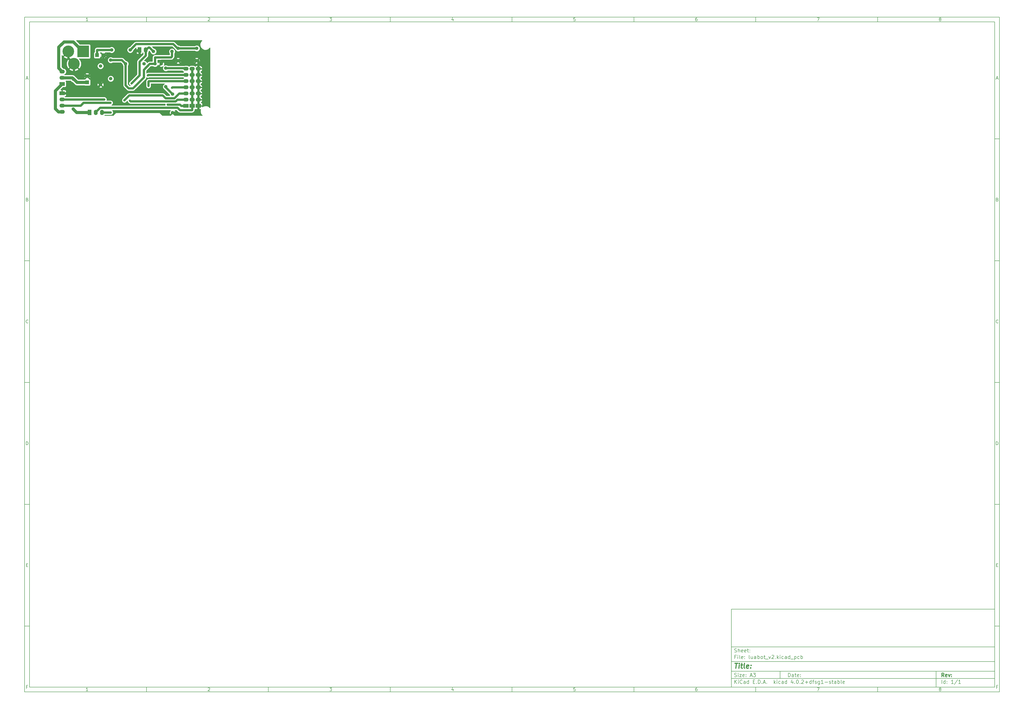
<source format=gbr>
G04 #@! TF.FileFunction,Copper,L2,Bot,Signal*
%FSLAX46Y46*%
G04 Gerber Fmt 4.6, Leading zero omitted, Abs format (unit mm)*
G04 Created by KiCad (PCBNEW 4.0.2+dfsg1-stable) date Fri 20 May 2016 01:00:29 PM COT*
%MOMM*%
G01*
G04 APERTURE LIST*
%ADD10C,0.150000*%
%ADD11C,0.300000*%
%ADD12C,0.400000*%
%ADD13C,1.397000*%
%ADD14C,4.800600*%
%ADD15R,4.800600X4.800600*%
%ADD16R,1.524000X1.524000*%
%ADD17C,1.524000*%
%ADD18R,2.199640X1.524000*%
%ADD19O,2.199640X1.524000*%
%ADD20R,1.524000X2.199640*%
%ADD21O,1.524000X2.199640*%
%ADD22C,0.889000*%
%ADD23C,0.900000*%
%ADD24C,1.300000*%
%ADD25C,0.254000*%
G04 APERTURE END LIST*
D10*
X299989000Y-253002200D02*
X299989000Y-285002200D01*
X407989000Y-285002200D01*
X407989000Y-253002200D01*
X299989000Y-253002200D01*
X10000000Y-10000000D02*
X10000000Y-287002200D01*
X409989000Y-287002200D01*
X409989000Y-10000000D01*
X10000000Y-10000000D01*
X12000000Y-12000000D02*
X12000000Y-285002200D01*
X407989000Y-285002200D01*
X407989000Y-12000000D01*
X12000000Y-12000000D01*
X60000000Y-12000000D02*
X60000000Y-10000000D01*
X110000000Y-12000000D02*
X110000000Y-10000000D01*
X160000000Y-12000000D02*
X160000000Y-10000000D01*
X210000000Y-12000000D02*
X210000000Y-10000000D01*
X260000000Y-12000000D02*
X260000000Y-10000000D01*
X310000000Y-12000000D02*
X310000000Y-10000000D01*
X360000000Y-12000000D02*
X360000000Y-10000000D01*
X35990476Y-11588095D02*
X35247619Y-11588095D01*
X35619048Y-11588095D02*
X35619048Y-10288095D01*
X35495238Y-10473810D01*
X35371429Y-10597619D01*
X35247619Y-10659524D01*
X85247619Y-10411905D02*
X85309524Y-10350000D01*
X85433333Y-10288095D01*
X85742857Y-10288095D01*
X85866667Y-10350000D01*
X85928571Y-10411905D01*
X85990476Y-10535714D01*
X85990476Y-10659524D01*
X85928571Y-10845238D01*
X85185714Y-11588095D01*
X85990476Y-11588095D01*
X135185714Y-10288095D02*
X135990476Y-10288095D01*
X135557143Y-10783333D01*
X135742857Y-10783333D01*
X135866667Y-10845238D01*
X135928571Y-10907143D01*
X135990476Y-11030952D01*
X135990476Y-11340476D01*
X135928571Y-11464286D01*
X135866667Y-11526190D01*
X135742857Y-11588095D01*
X135371429Y-11588095D01*
X135247619Y-11526190D01*
X135185714Y-11464286D01*
X185866667Y-10721429D02*
X185866667Y-11588095D01*
X185557143Y-10226190D02*
X185247619Y-11154762D01*
X186052381Y-11154762D01*
X235928571Y-10288095D02*
X235309524Y-10288095D01*
X235247619Y-10907143D01*
X235309524Y-10845238D01*
X235433333Y-10783333D01*
X235742857Y-10783333D01*
X235866667Y-10845238D01*
X235928571Y-10907143D01*
X235990476Y-11030952D01*
X235990476Y-11340476D01*
X235928571Y-11464286D01*
X235866667Y-11526190D01*
X235742857Y-11588095D01*
X235433333Y-11588095D01*
X235309524Y-11526190D01*
X235247619Y-11464286D01*
X285866667Y-10288095D02*
X285619048Y-10288095D01*
X285495238Y-10350000D01*
X285433333Y-10411905D01*
X285309524Y-10597619D01*
X285247619Y-10845238D01*
X285247619Y-11340476D01*
X285309524Y-11464286D01*
X285371429Y-11526190D01*
X285495238Y-11588095D01*
X285742857Y-11588095D01*
X285866667Y-11526190D01*
X285928571Y-11464286D01*
X285990476Y-11340476D01*
X285990476Y-11030952D01*
X285928571Y-10907143D01*
X285866667Y-10845238D01*
X285742857Y-10783333D01*
X285495238Y-10783333D01*
X285371429Y-10845238D01*
X285309524Y-10907143D01*
X285247619Y-11030952D01*
X335185714Y-10288095D02*
X336052381Y-10288095D01*
X335495238Y-11588095D01*
X385495238Y-10845238D02*
X385371429Y-10783333D01*
X385309524Y-10721429D01*
X385247619Y-10597619D01*
X385247619Y-10535714D01*
X385309524Y-10411905D01*
X385371429Y-10350000D01*
X385495238Y-10288095D01*
X385742857Y-10288095D01*
X385866667Y-10350000D01*
X385928571Y-10411905D01*
X385990476Y-10535714D01*
X385990476Y-10597619D01*
X385928571Y-10721429D01*
X385866667Y-10783333D01*
X385742857Y-10845238D01*
X385495238Y-10845238D01*
X385371429Y-10907143D01*
X385309524Y-10969048D01*
X385247619Y-11092857D01*
X385247619Y-11340476D01*
X385309524Y-11464286D01*
X385371429Y-11526190D01*
X385495238Y-11588095D01*
X385742857Y-11588095D01*
X385866667Y-11526190D01*
X385928571Y-11464286D01*
X385990476Y-11340476D01*
X385990476Y-11092857D01*
X385928571Y-10969048D01*
X385866667Y-10907143D01*
X385742857Y-10845238D01*
X60000000Y-285002200D02*
X60000000Y-287002200D01*
X110000000Y-285002200D02*
X110000000Y-287002200D01*
X160000000Y-285002200D02*
X160000000Y-287002200D01*
X210000000Y-285002200D02*
X210000000Y-287002200D01*
X260000000Y-285002200D02*
X260000000Y-287002200D01*
X310000000Y-285002200D02*
X310000000Y-287002200D01*
X360000000Y-285002200D02*
X360000000Y-287002200D01*
X35990476Y-286590295D02*
X35247619Y-286590295D01*
X35619048Y-286590295D02*
X35619048Y-285290295D01*
X35495238Y-285476010D01*
X35371429Y-285599819D01*
X35247619Y-285661724D01*
X85247619Y-285414105D02*
X85309524Y-285352200D01*
X85433333Y-285290295D01*
X85742857Y-285290295D01*
X85866667Y-285352200D01*
X85928571Y-285414105D01*
X85990476Y-285537914D01*
X85990476Y-285661724D01*
X85928571Y-285847438D01*
X85185714Y-286590295D01*
X85990476Y-286590295D01*
X135185714Y-285290295D02*
X135990476Y-285290295D01*
X135557143Y-285785533D01*
X135742857Y-285785533D01*
X135866667Y-285847438D01*
X135928571Y-285909343D01*
X135990476Y-286033152D01*
X135990476Y-286342676D01*
X135928571Y-286466486D01*
X135866667Y-286528390D01*
X135742857Y-286590295D01*
X135371429Y-286590295D01*
X135247619Y-286528390D01*
X135185714Y-286466486D01*
X185866667Y-285723629D02*
X185866667Y-286590295D01*
X185557143Y-285228390D02*
X185247619Y-286156962D01*
X186052381Y-286156962D01*
X235928571Y-285290295D02*
X235309524Y-285290295D01*
X235247619Y-285909343D01*
X235309524Y-285847438D01*
X235433333Y-285785533D01*
X235742857Y-285785533D01*
X235866667Y-285847438D01*
X235928571Y-285909343D01*
X235990476Y-286033152D01*
X235990476Y-286342676D01*
X235928571Y-286466486D01*
X235866667Y-286528390D01*
X235742857Y-286590295D01*
X235433333Y-286590295D01*
X235309524Y-286528390D01*
X235247619Y-286466486D01*
X285866667Y-285290295D02*
X285619048Y-285290295D01*
X285495238Y-285352200D01*
X285433333Y-285414105D01*
X285309524Y-285599819D01*
X285247619Y-285847438D01*
X285247619Y-286342676D01*
X285309524Y-286466486D01*
X285371429Y-286528390D01*
X285495238Y-286590295D01*
X285742857Y-286590295D01*
X285866667Y-286528390D01*
X285928571Y-286466486D01*
X285990476Y-286342676D01*
X285990476Y-286033152D01*
X285928571Y-285909343D01*
X285866667Y-285847438D01*
X285742857Y-285785533D01*
X285495238Y-285785533D01*
X285371429Y-285847438D01*
X285309524Y-285909343D01*
X285247619Y-286033152D01*
X335185714Y-285290295D02*
X336052381Y-285290295D01*
X335495238Y-286590295D01*
X385495238Y-285847438D02*
X385371429Y-285785533D01*
X385309524Y-285723629D01*
X385247619Y-285599819D01*
X385247619Y-285537914D01*
X385309524Y-285414105D01*
X385371429Y-285352200D01*
X385495238Y-285290295D01*
X385742857Y-285290295D01*
X385866667Y-285352200D01*
X385928571Y-285414105D01*
X385990476Y-285537914D01*
X385990476Y-285599819D01*
X385928571Y-285723629D01*
X385866667Y-285785533D01*
X385742857Y-285847438D01*
X385495238Y-285847438D01*
X385371429Y-285909343D01*
X385309524Y-285971248D01*
X385247619Y-286095057D01*
X385247619Y-286342676D01*
X385309524Y-286466486D01*
X385371429Y-286528390D01*
X385495238Y-286590295D01*
X385742857Y-286590295D01*
X385866667Y-286528390D01*
X385928571Y-286466486D01*
X385990476Y-286342676D01*
X385990476Y-286095057D01*
X385928571Y-285971248D01*
X385866667Y-285909343D01*
X385742857Y-285847438D01*
X10000000Y-60000000D02*
X12000000Y-60000000D01*
X10000000Y-110000000D02*
X12000000Y-110000000D01*
X10000000Y-160000000D02*
X12000000Y-160000000D01*
X10000000Y-210000000D02*
X12000000Y-210000000D01*
X10000000Y-260000000D02*
X12000000Y-260000000D01*
X10690476Y-35216667D02*
X11309524Y-35216667D01*
X10566667Y-35588095D02*
X11000000Y-34288095D01*
X11433333Y-35588095D01*
X11092857Y-84907143D02*
X11278571Y-84969048D01*
X11340476Y-85030952D01*
X11402381Y-85154762D01*
X11402381Y-85340476D01*
X11340476Y-85464286D01*
X11278571Y-85526190D01*
X11154762Y-85588095D01*
X10659524Y-85588095D01*
X10659524Y-84288095D01*
X11092857Y-84288095D01*
X11216667Y-84350000D01*
X11278571Y-84411905D01*
X11340476Y-84535714D01*
X11340476Y-84659524D01*
X11278571Y-84783333D01*
X11216667Y-84845238D01*
X11092857Y-84907143D01*
X10659524Y-84907143D01*
X11402381Y-135464286D02*
X11340476Y-135526190D01*
X11154762Y-135588095D01*
X11030952Y-135588095D01*
X10845238Y-135526190D01*
X10721429Y-135402381D01*
X10659524Y-135278571D01*
X10597619Y-135030952D01*
X10597619Y-134845238D01*
X10659524Y-134597619D01*
X10721429Y-134473810D01*
X10845238Y-134350000D01*
X11030952Y-134288095D01*
X11154762Y-134288095D01*
X11340476Y-134350000D01*
X11402381Y-134411905D01*
X10659524Y-185588095D02*
X10659524Y-184288095D01*
X10969048Y-184288095D01*
X11154762Y-184350000D01*
X11278571Y-184473810D01*
X11340476Y-184597619D01*
X11402381Y-184845238D01*
X11402381Y-185030952D01*
X11340476Y-185278571D01*
X11278571Y-185402381D01*
X11154762Y-185526190D01*
X10969048Y-185588095D01*
X10659524Y-185588095D01*
X10721429Y-234907143D02*
X11154762Y-234907143D01*
X11340476Y-235588095D02*
X10721429Y-235588095D01*
X10721429Y-234288095D01*
X11340476Y-234288095D01*
X11185714Y-284907143D02*
X10752381Y-284907143D01*
X10752381Y-285588095D02*
X10752381Y-284288095D01*
X11371428Y-284288095D01*
X409989000Y-60000000D02*
X407989000Y-60000000D01*
X409989000Y-110000000D02*
X407989000Y-110000000D01*
X409989000Y-160000000D02*
X407989000Y-160000000D01*
X409989000Y-210000000D02*
X407989000Y-210000000D01*
X409989000Y-260000000D02*
X407989000Y-260000000D01*
X408679476Y-35216667D02*
X409298524Y-35216667D01*
X408555667Y-35588095D02*
X408989000Y-34288095D01*
X409422333Y-35588095D01*
X409081857Y-84907143D02*
X409267571Y-84969048D01*
X409329476Y-85030952D01*
X409391381Y-85154762D01*
X409391381Y-85340476D01*
X409329476Y-85464286D01*
X409267571Y-85526190D01*
X409143762Y-85588095D01*
X408648524Y-85588095D01*
X408648524Y-84288095D01*
X409081857Y-84288095D01*
X409205667Y-84350000D01*
X409267571Y-84411905D01*
X409329476Y-84535714D01*
X409329476Y-84659524D01*
X409267571Y-84783333D01*
X409205667Y-84845238D01*
X409081857Y-84907143D01*
X408648524Y-84907143D01*
X409391381Y-135464286D02*
X409329476Y-135526190D01*
X409143762Y-135588095D01*
X409019952Y-135588095D01*
X408834238Y-135526190D01*
X408710429Y-135402381D01*
X408648524Y-135278571D01*
X408586619Y-135030952D01*
X408586619Y-134845238D01*
X408648524Y-134597619D01*
X408710429Y-134473810D01*
X408834238Y-134350000D01*
X409019952Y-134288095D01*
X409143762Y-134288095D01*
X409329476Y-134350000D01*
X409391381Y-134411905D01*
X408648524Y-185588095D02*
X408648524Y-184288095D01*
X408958048Y-184288095D01*
X409143762Y-184350000D01*
X409267571Y-184473810D01*
X409329476Y-184597619D01*
X409391381Y-184845238D01*
X409391381Y-185030952D01*
X409329476Y-185278571D01*
X409267571Y-185402381D01*
X409143762Y-185526190D01*
X408958048Y-185588095D01*
X408648524Y-185588095D01*
X408710429Y-234907143D02*
X409143762Y-234907143D01*
X409329476Y-235588095D02*
X408710429Y-235588095D01*
X408710429Y-234288095D01*
X409329476Y-234288095D01*
X409174714Y-284907143D02*
X408741381Y-284907143D01*
X408741381Y-285588095D02*
X408741381Y-284288095D01*
X409360428Y-284288095D01*
X323346143Y-280780771D02*
X323346143Y-279280771D01*
X323703286Y-279280771D01*
X323917571Y-279352200D01*
X324060429Y-279495057D01*
X324131857Y-279637914D01*
X324203286Y-279923629D01*
X324203286Y-280137914D01*
X324131857Y-280423629D01*
X324060429Y-280566486D01*
X323917571Y-280709343D01*
X323703286Y-280780771D01*
X323346143Y-280780771D01*
X325489000Y-280780771D02*
X325489000Y-279995057D01*
X325417571Y-279852200D01*
X325274714Y-279780771D01*
X324989000Y-279780771D01*
X324846143Y-279852200D01*
X325489000Y-280709343D02*
X325346143Y-280780771D01*
X324989000Y-280780771D01*
X324846143Y-280709343D01*
X324774714Y-280566486D01*
X324774714Y-280423629D01*
X324846143Y-280280771D01*
X324989000Y-280209343D01*
X325346143Y-280209343D01*
X325489000Y-280137914D01*
X325989000Y-279780771D02*
X326560429Y-279780771D01*
X326203286Y-279280771D02*
X326203286Y-280566486D01*
X326274714Y-280709343D01*
X326417572Y-280780771D01*
X326560429Y-280780771D01*
X327631857Y-280709343D02*
X327489000Y-280780771D01*
X327203286Y-280780771D01*
X327060429Y-280709343D01*
X326989000Y-280566486D01*
X326989000Y-279995057D01*
X327060429Y-279852200D01*
X327203286Y-279780771D01*
X327489000Y-279780771D01*
X327631857Y-279852200D01*
X327703286Y-279995057D01*
X327703286Y-280137914D01*
X326989000Y-280280771D01*
X328346143Y-280637914D02*
X328417571Y-280709343D01*
X328346143Y-280780771D01*
X328274714Y-280709343D01*
X328346143Y-280637914D01*
X328346143Y-280780771D01*
X328346143Y-279852200D02*
X328417571Y-279923629D01*
X328346143Y-279995057D01*
X328274714Y-279923629D01*
X328346143Y-279852200D01*
X328346143Y-279995057D01*
X299989000Y-281502200D02*
X407989000Y-281502200D01*
X301346143Y-283580771D02*
X301346143Y-282080771D01*
X302203286Y-283580771D02*
X301560429Y-282723629D01*
X302203286Y-282080771D02*
X301346143Y-282937914D01*
X302846143Y-283580771D02*
X302846143Y-282580771D01*
X302846143Y-282080771D02*
X302774714Y-282152200D01*
X302846143Y-282223629D01*
X302917571Y-282152200D01*
X302846143Y-282080771D01*
X302846143Y-282223629D01*
X304417572Y-283437914D02*
X304346143Y-283509343D01*
X304131857Y-283580771D01*
X303989000Y-283580771D01*
X303774715Y-283509343D01*
X303631857Y-283366486D01*
X303560429Y-283223629D01*
X303489000Y-282937914D01*
X303489000Y-282723629D01*
X303560429Y-282437914D01*
X303631857Y-282295057D01*
X303774715Y-282152200D01*
X303989000Y-282080771D01*
X304131857Y-282080771D01*
X304346143Y-282152200D01*
X304417572Y-282223629D01*
X305703286Y-283580771D02*
X305703286Y-282795057D01*
X305631857Y-282652200D01*
X305489000Y-282580771D01*
X305203286Y-282580771D01*
X305060429Y-282652200D01*
X305703286Y-283509343D02*
X305560429Y-283580771D01*
X305203286Y-283580771D01*
X305060429Y-283509343D01*
X304989000Y-283366486D01*
X304989000Y-283223629D01*
X305060429Y-283080771D01*
X305203286Y-283009343D01*
X305560429Y-283009343D01*
X305703286Y-282937914D01*
X307060429Y-283580771D02*
X307060429Y-282080771D01*
X307060429Y-283509343D02*
X306917572Y-283580771D01*
X306631858Y-283580771D01*
X306489000Y-283509343D01*
X306417572Y-283437914D01*
X306346143Y-283295057D01*
X306346143Y-282866486D01*
X306417572Y-282723629D01*
X306489000Y-282652200D01*
X306631858Y-282580771D01*
X306917572Y-282580771D01*
X307060429Y-282652200D01*
X308917572Y-282795057D02*
X309417572Y-282795057D01*
X309631858Y-283580771D02*
X308917572Y-283580771D01*
X308917572Y-282080771D01*
X309631858Y-282080771D01*
X310274715Y-283437914D02*
X310346143Y-283509343D01*
X310274715Y-283580771D01*
X310203286Y-283509343D01*
X310274715Y-283437914D01*
X310274715Y-283580771D01*
X310989001Y-283580771D02*
X310989001Y-282080771D01*
X311346144Y-282080771D01*
X311560429Y-282152200D01*
X311703287Y-282295057D01*
X311774715Y-282437914D01*
X311846144Y-282723629D01*
X311846144Y-282937914D01*
X311774715Y-283223629D01*
X311703287Y-283366486D01*
X311560429Y-283509343D01*
X311346144Y-283580771D01*
X310989001Y-283580771D01*
X312489001Y-283437914D02*
X312560429Y-283509343D01*
X312489001Y-283580771D01*
X312417572Y-283509343D01*
X312489001Y-283437914D01*
X312489001Y-283580771D01*
X313131858Y-283152200D02*
X313846144Y-283152200D01*
X312989001Y-283580771D02*
X313489001Y-282080771D01*
X313989001Y-283580771D01*
X314489001Y-283437914D02*
X314560429Y-283509343D01*
X314489001Y-283580771D01*
X314417572Y-283509343D01*
X314489001Y-283437914D01*
X314489001Y-283580771D01*
X317489001Y-283580771D02*
X317489001Y-282080771D01*
X317631858Y-283009343D02*
X318060429Y-283580771D01*
X318060429Y-282580771D02*
X317489001Y-283152200D01*
X318703287Y-283580771D02*
X318703287Y-282580771D01*
X318703287Y-282080771D02*
X318631858Y-282152200D01*
X318703287Y-282223629D01*
X318774715Y-282152200D01*
X318703287Y-282080771D01*
X318703287Y-282223629D01*
X320060430Y-283509343D02*
X319917573Y-283580771D01*
X319631859Y-283580771D01*
X319489001Y-283509343D01*
X319417573Y-283437914D01*
X319346144Y-283295057D01*
X319346144Y-282866486D01*
X319417573Y-282723629D01*
X319489001Y-282652200D01*
X319631859Y-282580771D01*
X319917573Y-282580771D01*
X320060430Y-282652200D01*
X321346144Y-283580771D02*
X321346144Y-282795057D01*
X321274715Y-282652200D01*
X321131858Y-282580771D01*
X320846144Y-282580771D01*
X320703287Y-282652200D01*
X321346144Y-283509343D02*
X321203287Y-283580771D01*
X320846144Y-283580771D01*
X320703287Y-283509343D01*
X320631858Y-283366486D01*
X320631858Y-283223629D01*
X320703287Y-283080771D01*
X320846144Y-283009343D01*
X321203287Y-283009343D01*
X321346144Y-282937914D01*
X322703287Y-283580771D02*
X322703287Y-282080771D01*
X322703287Y-283509343D02*
X322560430Y-283580771D01*
X322274716Y-283580771D01*
X322131858Y-283509343D01*
X322060430Y-283437914D01*
X321989001Y-283295057D01*
X321989001Y-282866486D01*
X322060430Y-282723629D01*
X322131858Y-282652200D01*
X322274716Y-282580771D01*
X322560430Y-282580771D01*
X322703287Y-282652200D01*
X325203287Y-282580771D02*
X325203287Y-283580771D01*
X324846144Y-282009343D02*
X324489001Y-283080771D01*
X325417573Y-283080771D01*
X325989001Y-283437914D02*
X326060429Y-283509343D01*
X325989001Y-283580771D01*
X325917572Y-283509343D01*
X325989001Y-283437914D01*
X325989001Y-283580771D01*
X326989001Y-282080771D02*
X327131858Y-282080771D01*
X327274715Y-282152200D01*
X327346144Y-282223629D01*
X327417573Y-282366486D01*
X327489001Y-282652200D01*
X327489001Y-283009343D01*
X327417573Y-283295057D01*
X327346144Y-283437914D01*
X327274715Y-283509343D01*
X327131858Y-283580771D01*
X326989001Y-283580771D01*
X326846144Y-283509343D01*
X326774715Y-283437914D01*
X326703287Y-283295057D01*
X326631858Y-283009343D01*
X326631858Y-282652200D01*
X326703287Y-282366486D01*
X326774715Y-282223629D01*
X326846144Y-282152200D01*
X326989001Y-282080771D01*
X328131858Y-283437914D02*
X328203286Y-283509343D01*
X328131858Y-283580771D01*
X328060429Y-283509343D01*
X328131858Y-283437914D01*
X328131858Y-283580771D01*
X328774715Y-282223629D02*
X328846144Y-282152200D01*
X328989001Y-282080771D01*
X329346144Y-282080771D01*
X329489001Y-282152200D01*
X329560430Y-282223629D01*
X329631858Y-282366486D01*
X329631858Y-282509343D01*
X329560430Y-282723629D01*
X328703287Y-283580771D01*
X329631858Y-283580771D01*
X330274715Y-283009343D02*
X331417572Y-283009343D01*
X330846143Y-283580771D02*
X330846143Y-282437914D01*
X332774715Y-283580771D02*
X332774715Y-282080771D01*
X332774715Y-283509343D02*
X332631858Y-283580771D01*
X332346144Y-283580771D01*
X332203286Y-283509343D01*
X332131858Y-283437914D01*
X332060429Y-283295057D01*
X332060429Y-282866486D01*
X332131858Y-282723629D01*
X332203286Y-282652200D01*
X332346144Y-282580771D01*
X332631858Y-282580771D01*
X332774715Y-282652200D01*
X333274715Y-282580771D02*
X333846144Y-282580771D01*
X333489001Y-283580771D02*
X333489001Y-282295057D01*
X333560429Y-282152200D01*
X333703287Y-282080771D01*
X333846144Y-282080771D01*
X334274715Y-283509343D02*
X334417572Y-283580771D01*
X334703287Y-283580771D01*
X334846144Y-283509343D01*
X334917572Y-283366486D01*
X334917572Y-283295057D01*
X334846144Y-283152200D01*
X334703287Y-283080771D01*
X334489001Y-283080771D01*
X334346144Y-283009343D01*
X334274715Y-282866486D01*
X334274715Y-282795057D01*
X334346144Y-282652200D01*
X334489001Y-282580771D01*
X334703287Y-282580771D01*
X334846144Y-282652200D01*
X336203287Y-282580771D02*
X336203287Y-283795057D01*
X336131858Y-283937914D01*
X336060430Y-284009343D01*
X335917573Y-284080771D01*
X335703287Y-284080771D01*
X335560430Y-284009343D01*
X336203287Y-283509343D02*
X336060430Y-283580771D01*
X335774716Y-283580771D01*
X335631858Y-283509343D01*
X335560430Y-283437914D01*
X335489001Y-283295057D01*
X335489001Y-282866486D01*
X335560430Y-282723629D01*
X335631858Y-282652200D01*
X335774716Y-282580771D01*
X336060430Y-282580771D01*
X336203287Y-282652200D01*
X337703287Y-283580771D02*
X336846144Y-283580771D01*
X337274716Y-283580771D02*
X337274716Y-282080771D01*
X337131859Y-282295057D01*
X336989001Y-282437914D01*
X336846144Y-282509343D01*
X338346144Y-283009343D02*
X339489001Y-283009343D01*
X340131858Y-283509343D02*
X340274715Y-283580771D01*
X340560430Y-283580771D01*
X340703287Y-283509343D01*
X340774715Y-283366486D01*
X340774715Y-283295057D01*
X340703287Y-283152200D01*
X340560430Y-283080771D01*
X340346144Y-283080771D01*
X340203287Y-283009343D01*
X340131858Y-282866486D01*
X340131858Y-282795057D01*
X340203287Y-282652200D01*
X340346144Y-282580771D01*
X340560430Y-282580771D01*
X340703287Y-282652200D01*
X341203287Y-282580771D02*
X341774716Y-282580771D01*
X341417573Y-282080771D02*
X341417573Y-283366486D01*
X341489001Y-283509343D01*
X341631859Y-283580771D01*
X341774716Y-283580771D01*
X342917573Y-283580771D02*
X342917573Y-282795057D01*
X342846144Y-282652200D01*
X342703287Y-282580771D01*
X342417573Y-282580771D01*
X342274716Y-282652200D01*
X342917573Y-283509343D02*
X342774716Y-283580771D01*
X342417573Y-283580771D01*
X342274716Y-283509343D01*
X342203287Y-283366486D01*
X342203287Y-283223629D01*
X342274716Y-283080771D01*
X342417573Y-283009343D01*
X342774716Y-283009343D01*
X342917573Y-282937914D01*
X343631859Y-283580771D02*
X343631859Y-282080771D01*
X343631859Y-282652200D02*
X343774716Y-282580771D01*
X344060430Y-282580771D01*
X344203287Y-282652200D01*
X344274716Y-282723629D01*
X344346145Y-282866486D01*
X344346145Y-283295057D01*
X344274716Y-283437914D01*
X344203287Y-283509343D01*
X344060430Y-283580771D01*
X343774716Y-283580771D01*
X343631859Y-283509343D01*
X345203288Y-283580771D02*
X345060430Y-283509343D01*
X344989002Y-283366486D01*
X344989002Y-282080771D01*
X346346144Y-283509343D02*
X346203287Y-283580771D01*
X345917573Y-283580771D01*
X345774716Y-283509343D01*
X345703287Y-283366486D01*
X345703287Y-282795057D01*
X345774716Y-282652200D01*
X345917573Y-282580771D01*
X346203287Y-282580771D01*
X346346144Y-282652200D01*
X346417573Y-282795057D01*
X346417573Y-282937914D01*
X345703287Y-283080771D01*
X299989000Y-278502200D02*
X407989000Y-278502200D01*
D11*
X387203286Y-280780771D02*
X386703286Y-280066486D01*
X386346143Y-280780771D02*
X386346143Y-279280771D01*
X386917571Y-279280771D01*
X387060429Y-279352200D01*
X387131857Y-279423629D01*
X387203286Y-279566486D01*
X387203286Y-279780771D01*
X387131857Y-279923629D01*
X387060429Y-279995057D01*
X386917571Y-280066486D01*
X386346143Y-280066486D01*
X388417571Y-280709343D02*
X388274714Y-280780771D01*
X387989000Y-280780771D01*
X387846143Y-280709343D01*
X387774714Y-280566486D01*
X387774714Y-279995057D01*
X387846143Y-279852200D01*
X387989000Y-279780771D01*
X388274714Y-279780771D01*
X388417571Y-279852200D01*
X388489000Y-279995057D01*
X388489000Y-280137914D01*
X387774714Y-280280771D01*
X388989000Y-279780771D02*
X389346143Y-280780771D01*
X389703285Y-279780771D01*
X390274714Y-280637914D02*
X390346142Y-280709343D01*
X390274714Y-280780771D01*
X390203285Y-280709343D01*
X390274714Y-280637914D01*
X390274714Y-280780771D01*
X390274714Y-279852200D02*
X390346142Y-279923629D01*
X390274714Y-279995057D01*
X390203285Y-279923629D01*
X390274714Y-279852200D01*
X390274714Y-279995057D01*
D10*
X301274714Y-280709343D02*
X301489000Y-280780771D01*
X301846143Y-280780771D01*
X301989000Y-280709343D01*
X302060429Y-280637914D01*
X302131857Y-280495057D01*
X302131857Y-280352200D01*
X302060429Y-280209343D01*
X301989000Y-280137914D01*
X301846143Y-280066486D01*
X301560429Y-279995057D01*
X301417571Y-279923629D01*
X301346143Y-279852200D01*
X301274714Y-279709343D01*
X301274714Y-279566486D01*
X301346143Y-279423629D01*
X301417571Y-279352200D01*
X301560429Y-279280771D01*
X301917571Y-279280771D01*
X302131857Y-279352200D01*
X302774714Y-280780771D02*
X302774714Y-279780771D01*
X302774714Y-279280771D02*
X302703285Y-279352200D01*
X302774714Y-279423629D01*
X302846142Y-279352200D01*
X302774714Y-279280771D01*
X302774714Y-279423629D01*
X303346143Y-279780771D02*
X304131857Y-279780771D01*
X303346143Y-280780771D01*
X304131857Y-280780771D01*
X305274714Y-280709343D02*
X305131857Y-280780771D01*
X304846143Y-280780771D01*
X304703286Y-280709343D01*
X304631857Y-280566486D01*
X304631857Y-279995057D01*
X304703286Y-279852200D01*
X304846143Y-279780771D01*
X305131857Y-279780771D01*
X305274714Y-279852200D01*
X305346143Y-279995057D01*
X305346143Y-280137914D01*
X304631857Y-280280771D01*
X305989000Y-280637914D02*
X306060428Y-280709343D01*
X305989000Y-280780771D01*
X305917571Y-280709343D01*
X305989000Y-280637914D01*
X305989000Y-280780771D01*
X305989000Y-279852200D02*
X306060428Y-279923629D01*
X305989000Y-279995057D01*
X305917571Y-279923629D01*
X305989000Y-279852200D01*
X305989000Y-279995057D01*
X307774714Y-280352200D02*
X308489000Y-280352200D01*
X307631857Y-280780771D02*
X308131857Y-279280771D01*
X308631857Y-280780771D01*
X308989000Y-279280771D02*
X309917571Y-279280771D01*
X309417571Y-279852200D01*
X309631857Y-279852200D01*
X309774714Y-279923629D01*
X309846143Y-279995057D01*
X309917571Y-280137914D01*
X309917571Y-280495057D01*
X309846143Y-280637914D01*
X309774714Y-280709343D01*
X309631857Y-280780771D01*
X309203285Y-280780771D01*
X309060428Y-280709343D01*
X308989000Y-280637914D01*
X386346143Y-283580771D02*
X386346143Y-282080771D01*
X387703286Y-283580771D02*
X387703286Y-282080771D01*
X387703286Y-283509343D02*
X387560429Y-283580771D01*
X387274715Y-283580771D01*
X387131857Y-283509343D01*
X387060429Y-283437914D01*
X386989000Y-283295057D01*
X386989000Y-282866486D01*
X387060429Y-282723629D01*
X387131857Y-282652200D01*
X387274715Y-282580771D01*
X387560429Y-282580771D01*
X387703286Y-282652200D01*
X388417572Y-283437914D02*
X388489000Y-283509343D01*
X388417572Y-283580771D01*
X388346143Y-283509343D01*
X388417572Y-283437914D01*
X388417572Y-283580771D01*
X388417572Y-282652200D02*
X388489000Y-282723629D01*
X388417572Y-282795057D01*
X388346143Y-282723629D01*
X388417572Y-282652200D01*
X388417572Y-282795057D01*
X391060429Y-283580771D02*
X390203286Y-283580771D01*
X390631858Y-283580771D02*
X390631858Y-282080771D01*
X390489001Y-282295057D01*
X390346143Y-282437914D01*
X390203286Y-282509343D01*
X392774714Y-282009343D02*
X391489000Y-283937914D01*
X394060429Y-283580771D02*
X393203286Y-283580771D01*
X393631858Y-283580771D02*
X393631858Y-282080771D01*
X393489001Y-282295057D01*
X393346143Y-282437914D01*
X393203286Y-282509343D01*
X299989000Y-274502200D02*
X407989000Y-274502200D01*
D12*
X301441381Y-275206962D02*
X302584238Y-275206962D01*
X301762810Y-277206962D02*
X302012810Y-275206962D01*
X303000905Y-277206962D02*
X303167571Y-275873629D01*
X303250905Y-275206962D02*
X303143762Y-275302200D01*
X303227095Y-275397438D01*
X303334239Y-275302200D01*
X303250905Y-275206962D01*
X303227095Y-275397438D01*
X303834238Y-275873629D02*
X304596143Y-275873629D01*
X304203286Y-275206962D02*
X303989000Y-276921248D01*
X304060430Y-277111724D01*
X304239001Y-277206962D01*
X304429477Y-277206962D01*
X305381858Y-277206962D02*
X305203287Y-277111724D01*
X305131857Y-276921248D01*
X305346143Y-275206962D01*
X306917572Y-277111724D02*
X306715191Y-277206962D01*
X306334239Y-277206962D01*
X306155667Y-277111724D01*
X306084238Y-276921248D01*
X306179476Y-276159343D01*
X306298524Y-275968867D01*
X306500905Y-275873629D01*
X306881857Y-275873629D01*
X307060429Y-275968867D01*
X307131857Y-276159343D01*
X307108048Y-276349819D01*
X306131857Y-276540295D01*
X307881857Y-277016486D02*
X307965192Y-277111724D01*
X307858048Y-277206962D01*
X307774715Y-277111724D01*
X307881857Y-277016486D01*
X307858048Y-277206962D01*
X308012810Y-275968867D02*
X308096144Y-276064105D01*
X307989000Y-276159343D01*
X307905667Y-276064105D01*
X308012810Y-275968867D01*
X307989000Y-276159343D01*
D10*
X301846143Y-272595057D02*
X301346143Y-272595057D01*
X301346143Y-273380771D02*
X301346143Y-271880771D01*
X302060429Y-271880771D01*
X302631857Y-273380771D02*
X302631857Y-272380771D01*
X302631857Y-271880771D02*
X302560428Y-271952200D01*
X302631857Y-272023629D01*
X302703285Y-271952200D01*
X302631857Y-271880771D01*
X302631857Y-272023629D01*
X303560429Y-273380771D02*
X303417571Y-273309343D01*
X303346143Y-273166486D01*
X303346143Y-271880771D01*
X304703285Y-273309343D02*
X304560428Y-273380771D01*
X304274714Y-273380771D01*
X304131857Y-273309343D01*
X304060428Y-273166486D01*
X304060428Y-272595057D01*
X304131857Y-272452200D01*
X304274714Y-272380771D01*
X304560428Y-272380771D01*
X304703285Y-272452200D01*
X304774714Y-272595057D01*
X304774714Y-272737914D01*
X304060428Y-272880771D01*
X305417571Y-273237914D02*
X305488999Y-273309343D01*
X305417571Y-273380771D01*
X305346142Y-273309343D01*
X305417571Y-273237914D01*
X305417571Y-273380771D01*
X305417571Y-272452200D02*
X305488999Y-272523629D01*
X305417571Y-272595057D01*
X305346142Y-272523629D01*
X305417571Y-272452200D01*
X305417571Y-272595057D01*
X307489000Y-273380771D02*
X307346142Y-273309343D01*
X307274714Y-273166486D01*
X307274714Y-271880771D01*
X308703285Y-272380771D02*
X308703285Y-273380771D01*
X308060428Y-272380771D02*
X308060428Y-273166486D01*
X308131856Y-273309343D01*
X308274714Y-273380771D01*
X308488999Y-273380771D01*
X308631856Y-273309343D01*
X308703285Y-273237914D01*
X310060428Y-273380771D02*
X310060428Y-272595057D01*
X309988999Y-272452200D01*
X309846142Y-272380771D01*
X309560428Y-272380771D01*
X309417571Y-272452200D01*
X310060428Y-273309343D02*
X309917571Y-273380771D01*
X309560428Y-273380771D01*
X309417571Y-273309343D01*
X309346142Y-273166486D01*
X309346142Y-273023629D01*
X309417571Y-272880771D01*
X309560428Y-272809343D01*
X309917571Y-272809343D01*
X310060428Y-272737914D01*
X310774714Y-273380771D02*
X310774714Y-271880771D01*
X310774714Y-272452200D02*
X310917571Y-272380771D01*
X311203285Y-272380771D01*
X311346142Y-272452200D01*
X311417571Y-272523629D01*
X311489000Y-272666486D01*
X311489000Y-273095057D01*
X311417571Y-273237914D01*
X311346142Y-273309343D01*
X311203285Y-273380771D01*
X310917571Y-273380771D01*
X310774714Y-273309343D01*
X312346143Y-273380771D02*
X312203285Y-273309343D01*
X312131857Y-273237914D01*
X312060428Y-273095057D01*
X312060428Y-272666486D01*
X312131857Y-272523629D01*
X312203285Y-272452200D01*
X312346143Y-272380771D01*
X312560428Y-272380771D01*
X312703285Y-272452200D01*
X312774714Y-272523629D01*
X312846143Y-272666486D01*
X312846143Y-273095057D01*
X312774714Y-273237914D01*
X312703285Y-273309343D01*
X312560428Y-273380771D01*
X312346143Y-273380771D01*
X313274714Y-272380771D02*
X313846143Y-272380771D01*
X313489000Y-271880771D02*
X313489000Y-273166486D01*
X313560428Y-273309343D01*
X313703286Y-273380771D01*
X313846143Y-273380771D01*
X313989000Y-273523629D02*
X315131857Y-273523629D01*
X315346143Y-272380771D02*
X315703286Y-273380771D01*
X316060428Y-272380771D01*
X316560428Y-272023629D02*
X316631857Y-271952200D01*
X316774714Y-271880771D01*
X317131857Y-271880771D01*
X317274714Y-271952200D01*
X317346143Y-272023629D01*
X317417571Y-272166486D01*
X317417571Y-272309343D01*
X317346143Y-272523629D01*
X316489000Y-273380771D01*
X317417571Y-273380771D01*
X318060428Y-273237914D02*
X318131856Y-273309343D01*
X318060428Y-273380771D01*
X317988999Y-273309343D01*
X318060428Y-273237914D01*
X318060428Y-273380771D01*
X318774714Y-273380771D02*
X318774714Y-271880771D01*
X318917571Y-272809343D02*
X319346142Y-273380771D01*
X319346142Y-272380771D02*
X318774714Y-272952200D01*
X319989000Y-273380771D02*
X319989000Y-272380771D01*
X319989000Y-271880771D02*
X319917571Y-271952200D01*
X319989000Y-272023629D01*
X320060428Y-271952200D01*
X319989000Y-271880771D01*
X319989000Y-272023629D01*
X321346143Y-273309343D02*
X321203286Y-273380771D01*
X320917572Y-273380771D01*
X320774714Y-273309343D01*
X320703286Y-273237914D01*
X320631857Y-273095057D01*
X320631857Y-272666486D01*
X320703286Y-272523629D01*
X320774714Y-272452200D01*
X320917572Y-272380771D01*
X321203286Y-272380771D01*
X321346143Y-272452200D01*
X322631857Y-273380771D02*
X322631857Y-272595057D01*
X322560428Y-272452200D01*
X322417571Y-272380771D01*
X322131857Y-272380771D01*
X321989000Y-272452200D01*
X322631857Y-273309343D02*
X322489000Y-273380771D01*
X322131857Y-273380771D01*
X321989000Y-273309343D01*
X321917571Y-273166486D01*
X321917571Y-273023629D01*
X321989000Y-272880771D01*
X322131857Y-272809343D01*
X322489000Y-272809343D01*
X322631857Y-272737914D01*
X323989000Y-273380771D02*
X323989000Y-271880771D01*
X323989000Y-273309343D02*
X323846143Y-273380771D01*
X323560429Y-273380771D01*
X323417571Y-273309343D01*
X323346143Y-273237914D01*
X323274714Y-273095057D01*
X323274714Y-272666486D01*
X323346143Y-272523629D01*
X323417571Y-272452200D01*
X323560429Y-272380771D01*
X323846143Y-272380771D01*
X323989000Y-272452200D01*
X324346143Y-273523629D02*
X325489000Y-273523629D01*
X325846143Y-272380771D02*
X325846143Y-273880771D01*
X325846143Y-272452200D02*
X325989000Y-272380771D01*
X326274714Y-272380771D01*
X326417571Y-272452200D01*
X326489000Y-272523629D01*
X326560429Y-272666486D01*
X326560429Y-273095057D01*
X326489000Y-273237914D01*
X326417571Y-273309343D01*
X326274714Y-273380771D01*
X325989000Y-273380771D01*
X325846143Y-273309343D01*
X327846143Y-273309343D02*
X327703286Y-273380771D01*
X327417572Y-273380771D01*
X327274714Y-273309343D01*
X327203286Y-273237914D01*
X327131857Y-273095057D01*
X327131857Y-272666486D01*
X327203286Y-272523629D01*
X327274714Y-272452200D01*
X327417572Y-272380771D01*
X327703286Y-272380771D01*
X327846143Y-272452200D01*
X328489000Y-273380771D02*
X328489000Y-271880771D01*
X328489000Y-272452200D02*
X328631857Y-272380771D01*
X328917571Y-272380771D01*
X329060428Y-272452200D01*
X329131857Y-272523629D01*
X329203286Y-272666486D01*
X329203286Y-273095057D01*
X329131857Y-273237914D01*
X329060428Y-273309343D01*
X328917571Y-273380771D01*
X328631857Y-273380771D01*
X328489000Y-273309343D01*
X299989000Y-268502200D02*
X407989000Y-268502200D01*
X301274714Y-270609343D02*
X301489000Y-270680771D01*
X301846143Y-270680771D01*
X301989000Y-270609343D01*
X302060429Y-270537914D01*
X302131857Y-270395057D01*
X302131857Y-270252200D01*
X302060429Y-270109343D01*
X301989000Y-270037914D01*
X301846143Y-269966486D01*
X301560429Y-269895057D01*
X301417571Y-269823629D01*
X301346143Y-269752200D01*
X301274714Y-269609343D01*
X301274714Y-269466486D01*
X301346143Y-269323629D01*
X301417571Y-269252200D01*
X301560429Y-269180771D01*
X301917571Y-269180771D01*
X302131857Y-269252200D01*
X302774714Y-270680771D02*
X302774714Y-269180771D01*
X303417571Y-270680771D02*
X303417571Y-269895057D01*
X303346142Y-269752200D01*
X303203285Y-269680771D01*
X302989000Y-269680771D01*
X302846142Y-269752200D01*
X302774714Y-269823629D01*
X304703285Y-270609343D02*
X304560428Y-270680771D01*
X304274714Y-270680771D01*
X304131857Y-270609343D01*
X304060428Y-270466486D01*
X304060428Y-269895057D01*
X304131857Y-269752200D01*
X304274714Y-269680771D01*
X304560428Y-269680771D01*
X304703285Y-269752200D01*
X304774714Y-269895057D01*
X304774714Y-270037914D01*
X304060428Y-270180771D01*
X305988999Y-270609343D02*
X305846142Y-270680771D01*
X305560428Y-270680771D01*
X305417571Y-270609343D01*
X305346142Y-270466486D01*
X305346142Y-269895057D01*
X305417571Y-269752200D01*
X305560428Y-269680771D01*
X305846142Y-269680771D01*
X305988999Y-269752200D01*
X306060428Y-269895057D01*
X306060428Y-270037914D01*
X305346142Y-270180771D01*
X306488999Y-269680771D02*
X307060428Y-269680771D01*
X306703285Y-269180771D02*
X306703285Y-270466486D01*
X306774713Y-270609343D01*
X306917571Y-270680771D01*
X307060428Y-270680771D01*
X307560428Y-270537914D02*
X307631856Y-270609343D01*
X307560428Y-270680771D01*
X307488999Y-270609343D01*
X307560428Y-270537914D01*
X307560428Y-270680771D01*
X307560428Y-269752200D02*
X307631856Y-269823629D01*
X307560428Y-269895057D01*
X307488999Y-269823629D01*
X307560428Y-269752200D01*
X307560428Y-269895057D01*
X319989000Y-278502200D02*
X319989000Y-281502200D01*
X383989000Y-278502200D02*
X383989000Y-285002200D01*
D13*
X80645000Y-22860000D03*
X80645000Y-27940000D03*
X73025000Y-22860000D03*
X73025000Y-27940000D03*
X70739000Y-41656000D03*
X70739000Y-49276000D03*
X67945000Y-30988000D03*
X67945000Y-38608000D03*
X45339000Y-35306000D03*
X45339000Y-27686000D03*
X62865000Y-24130000D03*
X70485000Y-24130000D03*
X59055000Y-29210000D03*
X51435000Y-29210000D03*
X41148000Y-30099000D03*
X41148000Y-37719000D03*
X53340000Y-23495000D03*
X45720000Y-23495000D03*
D14*
X27940000Y-24130000D03*
D15*
X34036000Y-24130000D03*
D14*
X30226000Y-29210000D03*
D16*
X39751000Y-25654000D03*
D17*
X42291000Y-25654000D03*
D16*
X35687000Y-36830000D03*
D17*
X35687000Y-34290000D03*
D13*
X63500000Y-29210000D03*
X66040000Y-29210000D03*
D18*
X76200000Y-46482000D03*
D19*
X76200000Y-43942000D03*
X76200000Y-41402000D03*
X76200000Y-38862000D03*
X76200000Y-36322000D03*
X76200000Y-33782000D03*
X76200000Y-31242000D03*
D18*
X81280000Y-46482000D03*
D19*
X81280000Y-43942000D03*
X81280000Y-41402000D03*
X81280000Y-38862000D03*
X81280000Y-36322000D03*
X81280000Y-33782000D03*
X81280000Y-31242000D03*
D18*
X78740000Y-46482000D03*
D19*
X78740000Y-43942000D03*
X78740000Y-41402000D03*
X78740000Y-38862000D03*
X78740000Y-36322000D03*
X78740000Y-33782000D03*
X78740000Y-31242000D03*
D18*
X25400000Y-41275000D03*
D19*
X25400000Y-43815000D03*
X25400000Y-46355000D03*
X25400000Y-48895000D03*
D18*
X25400000Y-37465000D03*
D19*
X25400000Y-34925000D03*
X25400000Y-32385000D03*
D20*
X36703000Y-49149000D03*
D21*
X39243000Y-49149000D03*
X41783000Y-49149000D03*
D20*
X57150000Y-23495000D03*
D21*
X59690000Y-23495000D03*
D22*
X45339000Y-49149000D03*
X63500000Y-29210000D03*
X29972000Y-47709002D03*
X29972000Y-35433000D03*
X70739000Y-41656000D03*
X68707000Y-45974000D03*
X53213000Y-44323000D03*
X50927000Y-44196000D03*
X70485000Y-38989000D03*
X60833000Y-38227000D03*
X60579000Y-33909000D03*
X53848000Y-37211000D03*
X32893000Y-38989000D03*
X55499000Y-27051000D03*
X41148000Y-30099000D03*
X45212000Y-45212000D03*
X42672000Y-43815000D03*
D23*
X51435000Y-29210000D02*
X51435000Y-37973000D01*
X61341000Y-29210000D02*
X63500000Y-29210000D01*
X58928000Y-31623000D02*
X61341000Y-29210000D01*
X58928000Y-34798000D02*
X58928000Y-31623000D01*
X54483000Y-39243000D02*
X58928000Y-34798000D01*
X52705000Y-39243000D02*
X54483000Y-39243000D01*
X51435000Y-37973000D02*
X52705000Y-39243000D01*
X41783000Y-49149000D02*
X45339000Y-49149000D01*
X45339000Y-27686000D02*
X49911000Y-27686000D01*
X49911000Y-27686000D02*
X51435000Y-29210000D01*
X45720000Y-23495000D02*
X39751000Y-23495000D01*
X39751000Y-23495000D02*
X39751000Y-25654000D01*
X63500000Y-29210000D02*
X63500000Y-26543000D01*
X63500000Y-26543000D02*
X70104000Y-26543000D01*
X70104000Y-26543000D02*
X70485000Y-26162000D01*
X70485000Y-26162000D02*
X70485000Y-24130000D01*
D24*
X36703000Y-49149000D02*
X31369000Y-49149000D01*
X29929002Y-47709002D02*
X29972000Y-47709002D01*
X31369000Y-49149000D02*
X29929002Y-47709002D01*
X29972000Y-35560000D02*
X29972000Y-35306000D01*
X30099000Y-35433000D02*
X29972000Y-35560000D01*
X29972000Y-35433000D02*
X30099000Y-35433000D01*
X35687000Y-36830000D02*
X31496000Y-36830000D01*
X29591000Y-34925000D02*
X25400000Y-34925000D01*
X31496000Y-36830000D02*
X29972000Y-35306000D01*
X29972000Y-35306000D02*
X29591000Y-34925000D01*
X34036000Y-24130000D02*
X33909000Y-24130000D01*
X24003000Y-30988000D02*
X25400000Y-32385000D01*
X24003000Y-22352000D02*
X24003000Y-30988000D01*
X26162000Y-20193000D02*
X24003000Y-22352000D01*
X29972000Y-20193000D02*
X26162000Y-20193000D01*
X33909000Y-24130000D02*
X29972000Y-20193000D01*
X22606000Y-47625000D02*
X22606000Y-40259000D01*
X25400000Y-48895000D02*
X23876000Y-48895000D01*
X22606000Y-40259000D02*
X25400000Y-37465000D01*
X23876000Y-48895000D02*
X22606000Y-47625000D01*
D23*
X67945000Y-38608000D02*
X67945000Y-38862000D01*
X67945000Y-38862000D02*
X70739000Y-41656000D01*
X67945000Y-30988000D02*
X75946000Y-30988000D01*
X75946000Y-30988000D02*
X76200000Y-31242000D01*
X76200000Y-46482000D02*
X74295000Y-46482000D01*
X73787000Y-45974000D02*
X68707000Y-45974000D01*
X74295000Y-46482000D02*
X73787000Y-45974000D01*
X76200000Y-43942000D02*
X72644000Y-43942000D01*
X53467000Y-44577000D02*
X53213000Y-44323000D01*
X72009000Y-44577000D02*
X53467000Y-44577000D01*
X72644000Y-43942000D02*
X72009000Y-44577000D01*
X76200000Y-41402000D02*
X73406000Y-41402000D01*
X52959000Y-42164000D02*
X50927000Y-44196000D01*
X66675000Y-42164000D02*
X52959000Y-42164000D01*
X67818000Y-43307000D02*
X66675000Y-42164000D01*
X71501000Y-43307000D02*
X67818000Y-43307000D01*
X73406000Y-41402000D02*
X71501000Y-43307000D01*
X76200000Y-38862000D02*
X70612000Y-38862000D01*
X70612000Y-38862000D02*
X70485000Y-38989000D01*
X76200000Y-36322000D02*
X60960000Y-36322000D01*
X60833000Y-36449000D02*
X60833000Y-38227000D01*
X60960000Y-36322000D02*
X60833000Y-36449000D01*
X76200000Y-33782000D02*
X60706000Y-33782000D01*
X60706000Y-33782000D02*
X60579000Y-33909000D01*
X59690000Y-25781000D02*
X59690000Y-23495000D01*
X57150000Y-28321000D02*
X59690000Y-25781000D01*
X57150000Y-33909000D02*
X57150000Y-28321000D01*
X53848000Y-37211000D02*
X57150000Y-33909000D01*
X59690000Y-23495000D02*
X59817000Y-23495000D01*
X61214000Y-22479000D02*
X62865000Y-24130000D01*
X60833000Y-22479000D02*
X61214000Y-22479000D01*
X59817000Y-23495000D02*
X60833000Y-22479000D01*
X72136000Y-49784000D02*
X79883000Y-49784000D01*
X81280000Y-33782000D02*
X81280000Y-31242000D01*
X81280000Y-36322000D02*
X81280000Y-33782000D01*
X81280000Y-38862000D02*
X81280000Y-36322000D01*
X81280000Y-41402000D02*
X81280000Y-38862000D01*
X81280000Y-43942000D02*
X81280000Y-41402000D01*
X81280000Y-46482000D02*
X81280000Y-43942000D01*
X57150000Y-25400000D02*
X57150000Y-23495000D01*
X55499000Y-27051000D02*
X57150000Y-25400000D01*
X70739000Y-49276000D02*
X71628000Y-49276000D01*
X81280000Y-48387000D02*
X81280000Y-46482000D01*
X79883000Y-49784000D02*
X81280000Y-48387000D01*
X71628000Y-49276000D02*
X72136000Y-49784000D01*
X80645000Y-27940000D02*
X81280000Y-27940000D01*
X81280000Y-27940000D02*
X81280000Y-31242000D01*
X80645000Y-27940000D02*
X73025000Y-27940000D01*
X66040000Y-29210000D02*
X66040000Y-28067000D01*
X66167000Y-27940000D02*
X73025000Y-27940000D01*
X66040000Y-28067000D02*
X66167000Y-27940000D01*
X42291000Y-25654000D02*
X49911000Y-25654000D01*
X49911000Y-25654000D02*
X54356000Y-25654000D01*
X54356000Y-25654000D02*
X56515000Y-23495000D01*
X56515000Y-23495000D02*
X57150000Y-23495000D01*
X35687000Y-34290000D02*
X37719000Y-34290000D01*
X37719000Y-34290000D02*
X41148000Y-37719000D01*
X30226000Y-29210000D02*
X30226000Y-32639000D01*
X31877000Y-34290000D02*
X35687000Y-34290000D01*
X30226000Y-32639000D02*
X31877000Y-34290000D01*
X42291000Y-25654000D02*
X42291000Y-27432000D01*
X42291000Y-27432000D02*
X43053000Y-28194000D01*
X43053000Y-28194000D02*
X43053000Y-31115000D01*
X43053000Y-31115000D02*
X41148000Y-33020000D01*
X41148000Y-33020000D02*
X41148000Y-37719000D01*
X25400000Y-41275000D02*
X29210000Y-41275000D01*
X29210000Y-41275000D02*
X31496000Y-38989000D01*
X31496000Y-38989000D02*
X32893000Y-38989000D01*
X32893000Y-38989000D02*
X39878000Y-38989000D01*
X39878000Y-38989000D02*
X41148000Y-37719000D01*
X27940000Y-24130000D02*
X27940000Y-26924000D01*
X27940000Y-26924000D02*
X30226000Y-29210000D01*
X78740000Y-33782000D02*
X78740000Y-31242000D01*
X78740000Y-36322000D02*
X78740000Y-33782000D01*
X78740000Y-38862000D02*
X78740000Y-36322000D01*
X78740000Y-41402000D02*
X78740000Y-38862000D01*
X78740000Y-43942000D02*
X78740000Y-41402000D01*
X78740000Y-46482000D02*
X78740000Y-43942000D01*
X39243000Y-49149000D02*
X39243000Y-49022000D01*
X78740000Y-48133000D02*
X78740000Y-46482000D01*
X78613000Y-48260000D02*
X78740000Y-48133000D01*
X73787000Y-48260000D02*
X78613000Y-48260000D01*
X72771000Y-47244000D02*
X73787000Y-48260000D01*
X41021000Y-47244000D02*
X72771000Y-47244000D01*
X39243000Y-49022000D02*
X41021000Y-47244000D01*
X25400000Y-46355000D02*
X33020000Y-46355000D01*
X34163000Y-45212000D02*
X45212000Y-45212000D01*
X33020000Y-46355000D02*
X34163000Y-45212000D01*
X73025000Y-22860000D02*
X72771000Y-22860000D01*
X55753000Y-21082000D02*
X53340000Y-23495000D01*
X70993000Y-21082000D02*
X55753000Y-21082000D01*
X72771000Y-22860000D02*
X70993000Y-21082000D01*
X73025000Y-22860000D02*
X80645000Y-22860000D01*
X25400000Y-43815000D02*
X42672000Y-43815000D01*
D25*
G36*
X86031000Y-47187418D02*
X85632302Y-46813016D01*
X85631948Y-46812520D01*
X85396887Y-46665922D01*
X84833479Y-46453028D01*
X84832962Y-46452706D01*
X84559694Y-46407221D01*
X83957699Y-46426138D01*
X83957100Y-46426039D01*
X83687226Y-46488592D01*
X83138299Y-46736441D01*
X83137704Y-46736580D01*
X83014930Y-46824314D01*
X83014930Y-45594245D01*
X82918461Y-45360771D01*
X82739988Y-45181987D01*
X82506684Y-45085111D01*
X82392318Y-45085010D01*
X82695450Y-44840026D01*
X82957080Y-44359277D01*
X82972040Y-44285070D01*
X82972040Y-43598930D01*
X82957080Y-43524723D01*
X82695450Y-43043974D01*
X82269761Y-42699941D01*
X82175096Y-42672000D01*
X82269761Y-42644059D01*
X82695450Y-42300026D01*
X82957080Y-41819277D01*
X82972040Y-41745070D01*
X82972040Y-41058930D01*
X82957080Y-40984723D01*
X82695450Y-40503974D01*
X82269761Y-40159941D01*
X82175096Y-40132000D01*
X82269761Y-40104059D01*
X82695450Y-39760026D01*
X82957080Y-39279277D01*
X82972040Y-39205070D01*
X82972040Y-38518930D01*
X82957080Y-38444723D01*
X82695450Y-37963974D01*
X82269761Y-37619941D01*
X82175096Y-37592000D01*
X82269761Y-37564059D01*
X82695450Y-37220026D01*
X82957080Y-36739277D01*
X82972040Y-36665070D01*
X82972040Y-35978930D01*
X82957080Y-35904723D01*
X82695450Y-35423974D01*
X82269761Y-35079941D01*
X82175096Y-35052000D01*
X82269761Y-35024059D01*
X82695450Y-34680026D01*
X82957080Y-34199277D01*
X82972040Y-34125070D01*
X82972040Y-33438930D01*
X82957080Y-33364723D01*
X82695450Y-32883974D01*
X82269761Y-32539941D01*
X82175096Y-32512000D01*
X82269761Y-32484059D01*
X82695450Y-32140026D01*
X82957080Y-31659277D01*
X82972040Y-31585070D01*
X82972040Y-30898930D01*
X82957080Y-30824723D01*
X82695450Y-30343974D01*
X82269761Y-29999941D01*
X81990924Y-29917639D01*
X81990924Y-28132520D01*
X81962146Y-27602802D01*
X81814798Y-27247072D01*
X81579186Y-27185419D01*
X81399581Y-27365024D01*
X81399581Y-27005814D01*
X81337928Y-26770202D01*
X80837520Y-26594076D01*
X80307802Y-26622854D01*
X79952072Y-26770202D01*
X79890419Y-27005814D01*
X80645000Y-27760395D01*
X81399581Y-27005814D01*
X81399581Y-27365024D01*
X80824605Y-27940000D01*
X81579186Y-28694581D01*
X81814798Y-28632928D01*
X81990924Y-28132520D01*
X81990924Y-29917639D01*
X81744820Y-29845000D01*
X81407000Y-29845000D01*
X81407000Y-31115000D01*
X82849539Y-31115000D01*
X82972040Y-30898930D01*
X82972040Y-31585070D01*
X82849539Y-31369000D01*
X81407000Y-31369000D01*
X81407000Y-32385000D01*
X81407000Y-32639000D01*
X81407000Y-33655000D01*
X82849539Y-33655000D01*
X82972040Y-33438930D01*
X82972040Y-34125070D01*
X82849539Y-33909000D01*
X81407000Y-33909000D01*
X81407000Y-34925000D01*
X81407000Y-35179000D01*
X81407000Y-36195000D01*
X82849539Y-36195000D01*
X82972040Y-35978930D01*
X82972040Y-36665070D01*
X82849539Y-36449000D01*
X81407000Y-36449000D01*
X81407000Y-37465000D01*
X81407000Y-37719000D01*
X81407000Y-38735000D01*
X82849539Y-38735000D01*
X82972040Y-38518930D01*
X82972040Y-39205070D01*
X82849539Y-38989000D01*
X81407000Y-38989000D01*
X81407000Y-40005000D01*
X81407000Y-40259000D01*
X81407000Y-41275000D01*
X82849539Y-41275000D01*
X82972040Y-41058930D01*
X82972040Y-41745070D01*
X82849539Y-41529000D01*
X81407000Y-41529000D01*
X81407000Y-42545000D01*
X81407000Y-42799000D01*
X81407000Y-43815000D01*
X82849539Y-43815000D01*
X82972040Y-43598930D01*
X82972040Y-44285070D01*
X82849539Y-44069000D01*
X81407000Y-44069000D01*
X81407000Y-45243750D01*
X81407000Y-45339000D01*
X81407000Y-46355000D01*
X82856070Y-46355000D01*
X83014820Y-46196250D01*
X83014930Y-45594245D01*
X83014930Y-46824314D01*
X83014830Y-46824386D01*
X83014820Y-46767750D01*
X82856070Y-46609000D01*
X81407000Y-46609000D01*
X81407000Y-47720250D01*
X81565750Y-47879000D01*
X82236918Y-47879107D01*
X82139835Y-48136033D01*
X82094350Y-48409302D01*
X82113265Y-49011193D01*
X82113157Y-49011846D01*
X82175710Y-49281719D01*
X82423517Y-49830553D01*
X82423668Y-49831201D01*
X82584736Y-50056594D01*
X82890792Y-50344000D01*
X81399581Y-50344000D01*
X81399581Y-28874186D01*
X80645000Y-28119605D01*
X80465395Y-28299210D01*
X80465395Y-27940000D01*
X79710814Y-27185419D01*
X79475202Y-27247072D01*
X79299076Y-27747480D01*
X79327854Y-28277198D01*
X79475202Y-28632928D01*
X79710814Y-28694581D01*
X80465395Y-27940000D01*
X80465395Y-28299210D01*
X79890419Y-28874186D01*
X79952072Y-29109798D01*
X80452480Y-29285924D01*
X80982198Y-29257146D01*
X81337928Y-29109798D01*
X81399581Y-28874186D01*
X81399581Y-50344000D01*
X72084924Y-50344000D01*
X71458565Y-50344000D01*
X71493581Y-50210186D01*
X70739000Y-49455605D01*
X70559395Y-49635210D01*
X69984419Y-50210186D01*
X70019434Y-50344000D01*
X66525605Y-50344000D01*
X65457605Y-49276000D01*
X47445395Y-49276000D01*
X46377395Y-50344000D01*
X42880833Y-50344000D01*
X42954333Y-50234000D01*
X45339000Y-50234000D01*
X45366525Y-50228524D01*
X45552784Y-50228687D01*
X45726442Y-50156932D01*
X45754212Y-50151409D01*
X45777548Y-50135816D01*
X45949689Y-50064689D01*
X46082667Y-49931941D01*
X46106211Y-49916211D01*
X46121804Y-49892873D01*
X46253622Y-49761286D01*
X46325679Y-49587752D01*
X46341409Y-49564212D01*
X46346884Y-49536687D01*
X46418313Y-49364668D01*
X46418476Y-49176767D01*
X46424000Y-49149000D01*
X46418524Y-49121474D01*
X46418687Y-48935216D01*
X46346932Y-48761557D01*
X46341409Y-48733788D01*
X46325816Y-48710451D01*
X46254689Y-48538311D01*
X46121941Y-48405332D01*
X46106211Y-48381789D01*
X46082873Y-48366195D01*
X46045742Y-48329000D01*
X69766720Y-48329000D01*
X69689556Y-48406164D01*
X69804811Y-48521419D01*
X69569202Y-48583072D01*
X69393076Y-49083480D01*
X69421854Y-49613198D01*
X69569202Y-49968928D01*
X69804814Y-50030581D01*
X70559395Y-49276000D01*
X70545252Y-49261857D01*
X70724857Y-49082252D01*
X70739000Y-49096395D01*
X70753142Y-49082252D01*
X70932747Y-49261857D01*
X70918605Y-49276000D01*
X71673186Y-50030581D01*
X71908798Y-49968928D01*
X72084924Y-49468520D01*
X72056146Y-48938802D01*
X71908798Y-48583072D01*
X71673188Y-48521419D01*
X71788444Y-48406164D01*
X71711280Y-48329000D01*
X72321578Y-48329000D01*
X73019788Y-49027210D01*
X73019789Y-49027211D01*
X73371788Y-49262409D01*
X73786999Y-49345000D01*
X73786999Y-49344999D01*
X73787000Y-49345000D01*
X78613000Y-49345000D01*
X79028211Y-49262409D01*
X79028212Y-49262409D01*
X79380211Y-49027211D01*
X79507211Y-48900211D01*
X79742409Y-48548212D01*
X79742409Y-48548211D01*
X79825000Y-48133000D01*
X79825000Y-47879110D01*
X79965575Y-47879110D01*
X80009820Y-47860828D01*
X80053316Y-47878889D01*
X80305935Y-47879110D01*
X80994250Y-47879000D01*
X81153000Y-47720250D01*
X81153000Y-46609000D01*
X81133000Y-46609000D01*
X81133000Y-46355000D01*
X81153000Y-46355000D01*
X81153000Y-45339000D01*
X81153000Y-45243750D01*
X81153000Y-44069000D01*
X81133000Y-44069000D01*
X81133000Y-43815000D01*
X81153000Y-43815000D01*
X81153000Y-42799000D01*
X81153000Y-42545000D01*
X81153000Y-41529000D01*
X81133000Y-41529000D01*
X81133000Y-41275000D01*
X81153000Y-41275000D01*
X81153000Y-40259000D01*
X81153000Y-40005000D01*
X81153000Y-38989000D01*
X81133000Y-38989000D01*
X81133000Y-38735000D01*
X81153000Y-38735000D01*
X81153000Y-37719000D01*
X81153000Y-37465000D01*
X81153000Y-36449000D01*
X81133000Y-36449000D01*
X81133000Y-36195000D01*
X81153000Y-36195000D01*
X81153000Y-35179000D01*
X81153000Y-34925000D01*
X81153000Y-33909000D01*
X81133000Y-33909000D01*
X81133000Y-33655000D01*
X81153000Y-33655000D01*
X81153000Y-32639000D01*
X81153000Y-32385000D01*
X81153000Y-31369000D01*
X81133000Y-31369000D01*
X81133000Y-31115000D01*
X81153000Y-31115000D01*
X81153000Y-29845000D01*
X80815180Y-29845000D01*
X80290239Y-29999941D01*
X80031772Y-30208827D01*
X79646416Y-29951340D01*
X79111807Y-29845000D01*
X78368193Y-29845000D01*
X77833584Y-29951340D01*
X77470000Y-30194279D01*
X77106416Y-29951340D01*
X76571807Y-29845000D01*
X75828193Y-29845000D01*
X75536606Y-29903000D01*
X74370924Y-29903000D01*
X74370924Y-28132520D01*
X74342146Y-27602802D01*
X74194798Y-27247072D01*
X73959186Y-27185419D01*
X73779581Y-27365024D01*
X73779581Y-27005814D01*
X73717928Y-26770202D01*
X73217520Y-26594076D01*
X72687802Y-26622854D01*
X72332072Y-26770202D01*
X72270419Y-27005814D01*
X73025000Y-27760395D01*
X73779581Y-27005814D01*
X73779581Y-27365024D01*
X73204605Y-27940000D01*
X73959186Y-28694581D01*
X74194798Y-28632928D01*
X74370924Y-28132520D01*
X74370924Y-29903000D01*
X73779581Y-29903000D01*
X73779581Y-28874186D01*
X73025000Y-28119605D01*
X72845395Y-28299210D01*
X72845395Y-27940000D01*
X72090814Y-27185419D01*
X71855202Y-27247072D01*
X71679076Y-27747480D01*
X71707854Y-28277198D01*
X71855202Y-28632928D01*
X72090814Y-28694581D01*
X72845395Y-27940000D01*
X72845395Y-28299210D01*
X72270419Y-28874186D01*
X72332072Y-29109798D01*
X72832480Y-29285924D01*
X73362198Y-29257146D01*
X73717928Y-29109798D01*
X73779581Y-28874186D01*
X73779581Y-29903000D01*
X68746100Y-29903000D01*
X68701353Y-29858174D01*
X68211413Y-29654733D01*
X67680914Y-29654270D01*
X67232037Y-29839741D01*
X67385924Y-29402520D01*
X67357146Y-28872802D01*
X67209798Y-28517072D01*
X66974186Y-28455419D01*
X66794581Y-28635024D01*
X66794581Y-28275814D01*
X66732928Y-28040202D01*
X66232520Y-27864076D01*
X65702802Y-27892854D01*
X65347072Y-28040202D01*
X65285419Y-28275814D01*
X66040000Y-29030395D01*
X66794581Y-28275814D01*
X66794581Y-28635024D01*
X66219605Y-29210000D01*
X66233747Y-29224142D01*
X66054142Y-29403747D01*
X66040000Y-29389605D01*
X65285419Y-30144186D01*
X65347072Y-30379798D01*
X65847480Y-30555924D01*
X66377198Y-30527146D01*
X66732928Y-30379798D01*
X66794580Y-30144188D01*
X66794581Y-30144189D01*
X66848635Y-30198243D01*
X66815174Y-30231647D01*
X66794581Y-30281240D01*
X66611733Y-30721587D01*
X66611270Y-31252086D01*
X66813855Y-31742380D01*
X67188647Y-32117826D01*
X67678587Y-32321267D01*
X68209086Y-32321730D01*
X68699380Y-32119145D01*
X68745605Y-32073000D01*
X74735575Y-32073000D01*
X74840365Y-32229828D01*
X75262664Y-32512000D01*
X74985792Y-32697000D01*
X60706000Y-32697000D01*
X60290788Y-32779591D01*
X60013000Y-32965202D01*
X60013000Y-32072422D01*
X61790422Y-30295000D01*
X62698899Y-30295000D01*
X62743647Y-30339826D01*
X63233587Y-30543267D01*
X63764086Y-30543730D01*
X64254380Y-30341145D01*
X64629826Y-29966353D01*
X64763314Y-29644877D01*
X64870202Y-29902928D01*
X65105814Y-29964581D01*
X65860395Y-29210000D01*
X65105814Y-28455419D01*
X64870202Y-28517072D01*
X64771917Y-28796316D01*
X64631145Y-28455620D01*
X64585000Y-28409394D01*
X64585000Y-27628000D01*
X70104000Y-27628000D01*
X70519211Y-27545409D01*
X70519212Y-27545409D01*
X70871211Y-27310211D01*
X71252211Y-26929211D01*
X71487409Y-26577212D01*
X71487409Y-26577211D01*
X71570000Y-26162000D01*
X71570000Y-24931100D01*
X71614826Y-24886353D01*
X71818267Y-24396413D01*
X71818730Y-23865914D01*
X71616145Y-23375620D01*
X71241353Y-23000174D01*
X70751413Y-22796733D01*
X70220914Y-22796270D01*
X69730620Y-22998855D01*
X69355174Y-23373647D01*
X69151733Y-23863587D01*
X69151270Y-24394086D01*
X69353855Y-24884380D01*
X69400000Y-24930605D01*
X69400000Y-25458000D01*
X63500000Y-25458000D01*
X63084788Y-25540591D01*
X62732789Y-25775789D01*
X62497591Y-26127788D01*
X62415000Y-26543000D01*
X62415000Y-28125000D01*
X61341000Y-28125000D01*
X60925788Y-28207591D01*
X60573789Y-28442789D01*
X60295733Y-28720844D01*
X60186145Y-28455620D01*
X59811353Y-28080174D01*
X59321413Y-27876733D01*
X59128857Y-27876564D01*
X60457211Y-26548211D01*
X60692409Y-26196212D01*
X60692409Y-26196211D01*
X60775000Y-25781000D01*
X60775000Y-24709207D01*
X60980660Y-24401416D01*
X61083745Y-23883167D01*
X61531325Y-24330746D01*
X61531270Y-24394086D01*
X61733855Y-24884380D01*
X62108647Y-25259826D01*
X62598587Y-25463267D01*
X63129086Y-25463730D01*
X63619380Y-25261145D01*
X63994826Y-24886353D01*
X64198267Y-24396413D01*
X64198730Y-23865914D01*
X63996145Y-23375620D01*
X63621353Y-23000174D01*
X63131413Y-22796733D01*
X63066097Y-22796675D01*
X62436421Y-22167000D01*
X70543578Y-22167000D01*
X71825481Y-23448902D01*
X71893855Y-23614380D01*
X72268647Y-23989826D01*
X72758587Y-24193267D01*
X73289086Y-24193730D01*
X73779380Y-23991145D01*
X73825605Y-23945000D01*
X79843899Y-23945000D01*
X79888647Y-23989826D01*
X80378587Y-24193267D01*
X80909086Y-24193730D01*
X81399380Y-23991145D01*
X81774826Y-23616353D01*
X81978267Y-23126413D01*
X81978730Y-22595914D01*
X81776145Y-22105620D01*
X81401353Y-21730174D01*
X80911413Y-21526733D01*
X80380914Y-21526270D01*
X79890620Y-21728855D01*
X79844394Y-21775000D01*
X73826100Y-21775000D01*
X73781353Y-21730174D01*
X73291413Y-21526733D01*
X72971875Y-21526454D01*
X71760211Y-20314789D01*
X71408212Y-20079591D01*
X70993000Y-19997000D01*
X55753000Y-19997000D01*
X55337788Y-20079591D01*
X54985789Y-20314789D01*
X53139252Y-22161325D01*
X53075914Y-22161270D01*
X52585620Y-22363855D01*
X52210174Y-22738647D01*
X52006733Y-23228587D01*
X52006270Y-23759086D01*
X52208855Y-24249380D01*
X52583647Y-24624826D01*
X53073587Y-24828267D01*
X53604086Y-24828730D01*
X54094380Y-24626145D01*
X54469826Y-24251353D01*
X54673267Y-23761413D01*
X54673324Y-23696097D01*
X55752905Y-22616516D01*
X55753000Y-23209250D01*
X55911750Y-23368000D01*
X57023000Y-23368000D01*
X57023000Y-23348000D01*
X57277000Y-23348000D01*
X57277000Y-23368000D01*
X57297000Y-23368000D01*
X57297000Y-23622000D01*
X57277000Y-23622000D01*
X57277000Y-25071070D01*
X57435750Y-25229820D01*
X58037755Y-25229930D01*
X58271229Y-25133461D01*
X58450013Y-24954988D01*
X58546889Y-24721684D01*
X58546975Y-24622368D01*
X58605000Y-24709207D01*
X58605000Y-25331578D01*
X57023000Y-26913578D01*
X57023000Y-25071070D01*
X57023000Y-23622000D01*
X55911750Y-23622000D01*
X55753000Y-23780750D01*
X55752890Y-24469065D01*
X55753111Y-24721684D01*
X55849987Y-24954988D01*
X56028771Y-25133461D01*
X56262245Y-25229930D01*
X56864250Y-25229820D01*
X57023000Y-25071070D01*
X57023000Y-26913578D01*
X56382789Y-27553789D01*
X56147591Y-27905788D01*
X56065000Y-28321000D01*
X56065000Y-33459578D01*
X53080789Y-36443789D01*
X53065195Y-36467126D01*
X52933378Y-36598714D01*
X52861319Y-36772249D01*
X52845591Y-36795789D01*
X52840116Y-36823311D01*
X52768687Y-36995332D01*
X52768523Y-37183232D01*
X52763000Y-37211000D01*
X52768475Y-37238525D01*
X52768313Y-37424784D01*
X52840067Y-37598443D01*
X52845591Y-37626211D01*
X52861182Y-37649545D01*
X52932311Y-37821689D01*
X53065058Y-37954668D01*
X53080789Y-37978211D01*
X53104126Y-37993804D01*
X53235714Y-38125622D01*
X53313688Y-38158000D01*
X53154422Y-38158000D01*
X52520000Y-37523578D01*
X52520000Y-30011100D01*
X52564826Y-29966353D01*
X52768267Y-29476413D01*
X52768730Y-28945914D01*
X52566145Y-28455620D01*
X52191353Y-28080174D01*
X51701413Y-27876733D01*
X51636097Y-27876675D01*
X50678211Y-26918789D01*
X50326212Y-26683591D01*
X49911000Y-26601000D01*
X47053730Y-26601000D01*
X47053730Y-23230914D01*
X46851145Y-22740620D01*
X46476353Y-22365174D01*
X45986413Y-22161733D01*
X45455914Y-22161270D01*
X44965620Y-22363855D01*
X44919394Y-22410000D01*
X39751000Y-22410000D01*
X39335788Y-22492591D01*
X38983789Y-22727789D01*
X38748591Y-23079788D01*
X38666000Y-23495000D01*
X38666000Y-24338389D01*
X38629771Y-24353359D01*
X38450987Y-24531832D01*
X38354111Y-24765136D01*
X38353890Y-25017755D01*
X38353890Y-26541755D01*
X38450359Y-26775229D01*
X38628832Y-26954013D01*
X38862136Y-27050889D01*
X39114755Y-27051110D01*
X40638755Y-27051110D01*
X40872229Y-26954641D01*
X41051013Y-26776168D01*
X41147889Y-26542864D01*
X41148007Y-26407916D01*
X41310788Y-26454607D01*
X42111395Y-25654000D01*
X41310788Y-24853393D01*
X41148110Y-24900053D01*
X41148110Y-24766245D01*
X41071155Y-24580000D01*
X41517293Y-24580000D01*
X41490393Y-24673788D01*
X42291000Y-25474395D01*
X43091607Y-24673788D01*
X43064706Y-24580000D01*
X44918899Y-24580000D01*
X44963647Y-24624826D01*
X45453587Y-24828267D01*
X45984086Y-24828730D01*
X46474380Y-24626145D01*
X46849826Y-24251353D01*
X47053267Y-23761413D01*
X47053730Y-23230914D01*
X47053730Y-26601000D01*
X46140100Y-26601000D01*
X46095353Y-26556174D01*
X45605413Y-26352733D01*
X45074914Y-26352270D01*
X44584620Y-26554855D01*
X44209174Y-26929647D01*
X44005733Y-27419587D01*
X44005270Y-27950086D01*
X44207855Y-28440380D01*
X44582647Y-28815826D01*
X45072587Y-29019267D01*
X45603086Y-29019730D01*
X46093380Y-28817145D01*
X46139605Y-28771000D01*
X49461578Y-28771000D01*
X50101325Y-29410747D01*
X50101270Y-29474086D01*
X50303855Y-29964380D01*
X50350000Y-30010605D01*
X50350000Y-37973000D01*
X50432591Y-38388212D01*
X50667789Y-38740211D01*
X51937789Y-40010211D01*
X52289788Y-40245409D01*
X52289789Y-40245409D01*
X52705000Y-40328000D01*
X54483000Y-40328000D01*
X54898211Y-40245409D01*
X54898212Y-40245409D01*
X55250211Y-40010211D01*
X59695211Y-35565211D01*
X59930409Y-35213212D01*
X59930409Y-35213211D01*
X60004760Y-34839420D01*
X60140249Y-34895680D01*
X60163789Y-34911409D01*
X60191311Y-34916883D01*
X60363332Y-34988313D01*
X60551232Y-34988476D01*
X60579000Y-34994000D01*
X60606525Y-34988524D01*
X60792784Y-34988687D01*
X60966443Y-34916932D01*
X60994211Y-34911409D01*
X61017545Y-34895817D01*
X61087288Y-34867000D01*
X74985792Y-34867000D01*
X75262664Y-35052000D01*
X74985792Y-35237000D01*
X60960000Y-35237000D01*
X60544788Y-35319591D01*
X60192789Y-35554789D01*
X60065789Y-35681789D01*
X59830591Y-36033788D01*
X59748000Y-36449000D01*
X59748000Y-38227000D01*
X59753475Y-38254525D01*
X59753313Y-38440784D01*
X59825067Y-38614442D01*
X59830591Y-38642212D01*
X59846183Y-38665548D01*
X59917311Y-38837689D01*
X60050058Y-38970667D01*
X60065789Y-38994211D01*
X60089126Y-39009804D01*
X60220714Y-39141622D01*
X60394247Y-39213679D01*
X60417788Y-39229409D01*
X60445312Y-39234884D01*
X60617332Y-39306313D01*
X60805232Y-39306476D01*
X60833000Y-39312000D01*
X60860525Y-39306524D01*
X61046784Y-39306687D01*
X61220442Y-39234932D01*
X61248212Y-39229409D01*
X61271548Y-39213816D01*
X61443689Y-39142689D01*
X61576667Y-39009941D01*
X61600211Y-38994211D01*
X61615804Y-38970873D01*
X61747622Y-38839286D01*
X61819679Y-38665752D01*
X61835409Y-38642212D01*
X61840884Y-38614687D01*
X61912313Y-38442668D01*
X61912476Y-38254767D01*
X61918000Y-38227000D01*
X61918000Y-37407000D01*
X67359682Y-37407000D01*
X67190620Y-37476855D01*
X66815174Y-37851647D01*
X66611733Y-38341587D01*
X66611270Y-38872086D01*
X66813855Y-39362380D01*
X67188647Y-39737826D01*
X67355820Y-39807242D01*
X69405325Y-41856746D01*
X69405270Y-41920086D01*
X69530018Y-42222000D01*
X68267422Y-42222000D01*
X67442211Y-41396789D01*
X67090212Y-41161591D01*
X66675000Y-41079000D01*
X52959000Y-41079000D01*
X52958999Y-41079000D01*
X52543788Y-41161591D01*
X52191789Y-41396789D01*
X52191788Y-41396789D01*
X52191788Y-41396790D01*
X50159789Y-43428789D01*
X50144195Y-43452126D01*
X50012378Y-43583714D01*
X49940319Y-43757249D01*
X49924591Y-43780789D01*
X49919116Y-43808311D01*
X49847687Y-43980332D01*
X49847523Y-44168232D01*
X49842000Y-44196000D01*
X49847475Y-44223525D01*
X49847313Y-44409784D01*
X49919067Y-44583443D01*
X49924591Y-44611211D01*
X49940182Y-44634545D01*
X50011311Y-44806689D01*
X50144058Y-44939668D01*
X50159789Y-44963211D01*
X50183126Y-44978804D01*
X50314714Y-45110622D01*
X50488249Y-45182680D01*
X50511789Y-45198409D01*
X50539311Y-45203883D01*
X50711332Y-45275313D01*
X50899232Y-45275476D01*
X50927000Y-45281000D01*
X50954525Y-45275524D01*
X51140784Y-45275687D01*
X51314443Y-45203932D01*
X51342211Y-45198409D01*
X51365545Y-45182817D01*
X51537689Y-45111689D01*
X51670668Y-44978941D01*
X51694211Y-44963211D01*
X52133324Y-44524097D01*
X52133313Y-44536784D01*
X52205067Y-44710443D01*
X52210591Y-44738211D01*
X52226182Y-44761545D01*
X52297311Y-44933689D01*
X52430058Y-45066668D01*
X52445789Y-45090211D01*
X52699789Y-45344211D01*
X53051788Y-45579409D01*
X53051789Y-45579409D01*
X53467000Y-45662000D01*
X67667687Y-45662000D01*
X67627687Y-45758332D01*
X67627523Y-45946232D01*
X67622000Y-45974000D01*
X67627475Y-46001525D01*
X67627338Y-46159000D01*
X46672730Y-46159000D01*
X46672730Y-35041914D01*
X46470145Y-34551620D01*
X46095353Y-34176174D01*
X45605413Y-33972733D01*
X45074914Y-33972270D01*
X44584620Y-34174855D01*
X44209174Y-34549647D01*
X44005733Y-35039587D01*
X44005270Y-35570086D01*
X44207855Y-36060380D01*
X44582647Y-36435826D01*
X45072587Y-36639267D01*
X45603086Y-36639730D01*
X46093380Y-36437145D01*
X46468826Y-36062353D01*
X46672267Y-35572413D01*
X46672730Y-35041914D01*
X46672730Y-46159000D01*
X45746910Y-46159000D01*
X45822689Y-46127689D01*
X45955667Y-45994941D01*
X45979211Y-45979211D01*
X45994804Y-45955873D01*
X46126622Y-45824286D01*
X46198679Y-45650752D01*
X46214409Y-45627212D01*
X46219884Y-45599687D01*
X46291313Y-45427668D01*
X46291476Y-45239767D01*
X46297000Y-45212000D01*
X46291524Y-45184474D01*
X46291687Y-44998216D01*
X46219932Y-44824557D01*
X46214409Y-44796788D01*
X46198816Y-44773451D01*
X46127689Y-44601311D01*
X45994941Y-44468332D01*
X45979211Y-44444789D01*
X45955873Y-44429195D01*
X45824286Y-44297378D01*
X45650752Y-44225320D01*
X45627212Y-44209591D01*
X45599687Y-44204115D01*
X45427668Y-44132687D01*
X45239767Y-44132523D01*
X45212000Y-44127000D01*
X43711312Y-44127000D01*
X43751313Y-44030668D01*
X43751476Y-43842767D01*
X43757000Y-43815000D01*
X43751524Y-43787474D01*
X43751687Y-43601216D01*
X43700143Y-43476470D01*
X43700143Y-25861696D01*
X43672360Y-25306631D01*
X43513396Y-24922858D01*
X43271212Y-24853393D01*
X42470605Y-25654000D01*
X43271212Y-26454607D01*
X43513396Y-26385142D01*
X43700143Y-25861696D01*
X43700143Y-43476470D01*
X43679932Y-43427557D01*
X43674409Y-43399788D01*
X43658816Y-43376451D01*
X43587689Y-43204311D01*
X43454941Y-43071332D01*
X43439211Y-43047789D01*
X43415873Y-43032195D01*
X43284286Y-42900378D01*
X43110752Y-42828320D01*
X43091607Y-42815527D01*
X43091607Y-26634212D01*
X42291000Y-25833605D01*
X41490393Y-26634212D01*
X41559858Y-26876396D01*
X42083304Y-27063143D01*
X42638369Y-27035360D01*
X43022142Y-26876396D01*
X43091607Y-26634212D01*
X43091607Y-42815527D01*
X43087212Y-42812591D01*
X43059687Y-42807115D01*
X42887668Y-42735687D01*
X42699767Y-42735523D01*
X42672000Y-42730000D01*
X42493924Y-42730000D01*
X42493924Y-37911520D01*
X42481730Y-37687064D01*
X42481730Y-29834914D01*
X42279145Y-29344620D01*
X41904353Y-28969174D01*
X41414413Y-28765733D01*
X40883914Y-28765270D01*
X40393620Y-28967855D01*
X40018174Y-29342647D01*
X39814733Y-29832587D01*
X39814270Y-30363086D01*
X40016855Y-30853380D01*
X40391647Y-31228826D01*
X40881587Y-31432267D01*
X41412086Y-31432730D01*
X41902380Y-31230145D01*
X42277826Y-30855353D01*
X42481267Y-30365413D01*
X42481730Y-29834914D01*
X42481730Y-37687064D01*
X42465146Y-37381802D01*
X42317798Y-37026072D01*
X42082186Y-36964419D01*
X41902581Y-37144024D01*
X41902581Y-36784814D01*
X41840928Y-36549202D01*
X41340520Y-36373076D01*
X40810802Y-36401854D01*
X40455072Y-36549202D01*
X40393419Y-36784814D01*
X41148000Y-37539395D01*
X41902581Y-36784814D01*
X41902581Y-37144024D01*
X41327605Y-37719000D01*
X42082186Y-38473581D01*
X42317798Y-38411928D01*
X42493924Y-37911520D01*
X42493924Y-42730000D01*
X41902581Y-42730000D01*
X41902581Y-38653186D01*
X41148000Y-37898605D01*
X40968395Y-38078210D01*
X40968395Y-37719000D01*
X40213814Y-36964419D01*
X39978202Y-37026072D01*
X39802076Y-37526480D01*
X39830854Y-38056198D01*
X39978202Y-38411928D01*
X40213814Y-38473581D01*
X40968395Y-37719000D01*
X40968395Y-38078210D01*
X40393419Y-38653186D01*
X40455072Y-38888798D01*
X40955480Y-39064924D01*
X41485198Y-39036146D01*
X41840928Y-38888798D01*
X41902581Y-38653186D01*
X41902581Y-42730000D01*
X37096143Y-42730000D01*
X37096143Y-34497696D01*
X37068360Y-33942631D01*
X36909396Y-33558858D01*
X36667212Y-33489393D01*
X36487607Y-33668998D01*
X36487607Y-33309788D01*
X36418142Y-33067604D01*
X35894696Y-32880857D01*
X35339631Y-32908640D01*
X34955858Y-33067604D01*
X34886393Y-33309788D01*
X35687000Y-34110395D01*
X36487607Y-33309788D01*
X36487607Y-33668998D01*
X35866605Y-34290000D01*
X36667212Y-35090607D01*
X36909396Y-35021142D01*
X37096143Y-34497696D01*
X37096143Y-42730000D01*
X26614207Y-42730000D01*
X26527368Y-42671975D01*
X26626684Y-42671889D01*
X26859988Y-42575013D01*
X27038461Y-42396229D01*
X27134930Y-42162755D01*
X27134930Y-40387245D01*
X27038461Y-40153771D01*
X26859988Y-39974987D01*
X26626684Y-39878111D01*
X26374065Y-39877890D01*
X25685750Y-39878000D01*
X25527000Y-40036750D01*
X25527000Y-41148000D01*
X26976070Y-41148000D01*
X27134820Y-40989250D01*
X27134930Y-40387245D01*
X27134930Y-42162755D01*
X27134820Y-41560750D01*
X26976070Y-41402000D01*
X25527000Y-41402000D01*
X25527000Y-41422000D01*
X25273000Y-41422000D01*
X25273000Y-41402000D01*
X25253000Y-41402000D01*
X25253000Y-41148000D01*
X25273000Y-41148000D01*
X25273000Y-40036750D01*
X25114250Y-39878000D01*
X24804313Y-39877950D01*
X25820154Y-38862110D01*
X26625575Y-38862110D01*
X26859049Y-38765641D01*
X27037833Y-38587168D01*
X27134709Y-38353864D01*
X27134930Y-38101245D01*
X27134930Y-36577245D01*
X27038461Y-36343771D01*
X26904922Y-36210000D01*
X28890555Y-36210000D01*
X29063368Y-36468632D01*
X29480252Y-36747185D01*
X29624641Y-36775905D01*
X30587367Y-37738632D01*
X30587368Y-37738632D01*
X31004251Y-38017185D01*
X31004252Y-38017185D01*
X31085837Y-38033413D01*
X31496000Y-38115000D01*
X34549845Y-38115000D01*
X34564832Y-38130013D01*
X34798136Y-38226889D01*
X35050755Y-38227110D01*
X36574755Y-38227110D01*
X36808229Y-38130641D01*
X36987013Y-37952168D01*
X37083889Y-37718864D01*
X37084110Y-37466245D01*
X37084110Y-35942245D01*
X36987641Y-35708771D01*
X36809168Y-35529987D01*
X36575864Y-35433111D01*
X36440916Y-35432992D01*
X36487607Y-35270212D01*
X35687000Y-34469605D01*
X35507395Y-34649210D01*
X35507395Y-34290000D01*
X34706788Y-33489393D01*
X34464604Y-33558858D01*
X34277857Y-34082304D01*
X34305640Y-34637369D01*
X34464604Y-35021142D01*
X34706788Y-35090607D01*
X35507395Y-34290000D01*
X35507395Y-34649210D01*
X34886393Y-35270212D01*
X34933053Y-35432890D01*
X34799245Y-35432890D01*
X34565771Y-35529359D01*
X34550102Y-35545000D01*
X33262369Y-35545000D01*
X32210330Y-35545000D01*
X32210330Y-31373935D01*
X30226000Y-29389605D01*
X30046395Y-29569210D01*
X28241670Y-31373935D01*
X28511221Y-31786257D01*
X29627642Y-32246369D01*
X30835157Y-32244221D01*
X31940779Y-31786257D01*
X32210330Y-31373935D01*
X32210330Y-35545000D01*
X32028264Y-35545000D01*
X31007632Y-34524368D01*
X30880632Y-34397368D01*
X30499632Y-34016368D01*
X30082748Y-33737815D01*
X29591000Y-33640000D01*
X26359784Y-33640000D01*
X26759635Y-33372828D01*
X27062467Y-32919609D01*
X27168807Y-32385000D01*
X27062467Y-31850391D01*
X26759635Y-31397172D01*
X26306416Y-31094340D01*
X25832295Y-31000031D01*
X25288000Y-30455736D01*
X25288000Y-25661919D01*
X25363743Y-25844779D01*
X25776065Y-26114330D01*
X27760395Y-24130000D01*
X27746252Y-24115857D01*
X27925857Y-23936252D01*
X27940000Y-23950395D01*
X27954142Y-23936252D01*
X28133747Y-24115857D01*
X28119605Y-24130000D01*
X28133747Y-24144142D01*
X27954142Y-24323747D01*
X27940000Y-24309605D01*
X25955670Y-26293935D01*
X26225221Y-26706257D01*
X27341642Y-27166369D01*
X28001586Y-27165194D01*
X28062063Y-27225671D01*
X27649743Y-27495221D01*
X27189631Y-28611642D01*
X27191779Y-29819157D01*
X27649743Y-30924779D01*
X28062065Y-31194330D01*
X30046395Y-29210000D01*
X30032252Y-29195857D01*
X30211857Y-29016252D01*
X30226000Y-29030395D01*
X30240142Y-29016252D01*
X30419747Y-29195857D01*
X30405605Y-29210000D01*
X32389935Y-31194330D01*
X32802257Y-30924779D01*
X33262369Y-29808358D01*
X33260221Y-28600843D01*
X32802257Y-27495221D01*
X32389936Y-27225671D01*
X32450198Y-27165410D01*
X36562055Y-27165410D01*
X36795529Y-27068941D01*
X36974313Y-26890468D01*
X37071189Y-26657164D01*
X37071410Y-26404545D01*
X37071410Y-21603945D01*
X36974941Y-21370471D01*
X36796468Y-21191687D01*
X36563164Y-21094811D01*
X36310545Y-21094590D01*
X32690854Y-21094590D01*
X31229264Y-19633000D01*
X82754031Y-19633000D01*
X82440938Y-19933245D01*
X82439172Y-19934373D01*
X82280473Y-20161439D01*
X82038107Y-20713563D01*
X82036903Y-20715287D01*
X81977179Y-20985801D01*
X81964512Y-21590539D01*
X82012855Y-21863316D01*
X82231767Y-22424796D01*
X82232163Y-22427029D01*
X82381213Y-22660543D01*
X82798327Y-23095504D01*
X82799551Y-23097421D01*
X83026617Y-23256120D01*
X83578433Y-23498351D01*
X83580296Y-23499653D01*
X83850810Y-23559377D01*
X84453321Y-23571998D01*
X84455539Y-23572488D01*
X84728316Y-23524145D01*
X85289796Y-23305232D01*
X85292029Y-23304837D01*
X85525543Y-23155787D01*
X85960504Y-22738672D01*
X85962421Y-22737449D01*
X86031000Y-22639326D01*
X86031000Y-47187418D01*
X86031000Y-47187418D01*
G37*
X86031000Y-47187418D02*
X85632302Y-46813016D01*
X85631948Y-46812520D01*
X85396887Y-46665922D01*
X84833479Y-46453028D01*
X84832962Y-46452706D01*
X84559694Y-46407221D01*
X83957699Y-46426138D01*
X83957100Y-46426039D01*
X83687226Y-46488592D01*
X83138299Y-46736441D01*
X83137704Y-46736580D01*
X83014930Y-46824314D01*
X83014930Y-45594245D01*
X82918461Y-45360771D01*
X82739988Y-45181987D01*
X82506684Y-45085111D01*
X82392318Y-45085010D01*
X82695450Y-44840026D01*
X82957080Y-44359277D01*
X82972040Y-44285070D01*
X82972040Y-43598930D01*
X82957080Y-43524723D01*
X82695450Y-43043974D01*
X82269761Y-42699941D01*
X82175096Y-42672000D01*
X82269761Y-42644059D01*
X82695450Y-42300026D01*
X82957080Y-41819277D01*
X82972040Y-41745070D01*
X82972040Y-41058930D01*
X82957080Y-40984723D01*
X82695450Y-40503974D01*
X82269761Y-40159941D01*
X82175096Y-40132000D01*
X82269761Y-40104059D01*
X82695450Y-39760026D01*
X82957080Y-39279277D01*
X82972040Y-39205070D01*
X82972040Y-38518930D01*
X82957080Y-38444723D01*
X82695450Y-37963974D01*
X82269761Y-37619941D01*
X82175096Y-37592000D01*
X82269761Y-37564059D01*
X82695450Y-37220026D01*
X82957080Y-36739277D01*
X82972040Y-36665070D01*
X82972040Y-35978930D01*
X82957080Y-35904723D01*
X82695450Y-35423974D01*
X82269761Y-35079941D01*
X82175096Y-35052000D01*
X82269761Y-35024059D01*
X82695450Y-34680026D01*
X82957080Y-34199277D01*
X82972040Y-34125070D01*
X82972040Y-33438930D01*
X82957080Y-33364723D01*
X82695450Y-32883974D01*
X82269761Y-32539941D01*
X82175096Y-32512000D01*
X82269761Y-32484059D01*
X82695450Y-32140026D01*
X82957080Y-31659277D01*
X82972040Y-31585070D01*
X82972040Y-30898930D01*
X82957080Y-30824723D01*
X82695450Y-30343974D01*
X82269761Y-29999941D01*
X81990924Y-29917639D01*
X81990924Y-28132520D01*
X81962146Y-27602802D01*
X81814798Y-27247072D01*
X81579186Y-27185419D01*
X81399581Y-27365024D01*
X81399581Y-27005814D01*
X81337928Y-26770202D01*
X80837520Y-26594076D01*
X80307802Y-26622854D01*
X79952072Y-26770202D01*
X79890419Y-27005814D01*
X80645000Y-27760395D01*
X81399581Y-27005814D01*
X81399581Y-27365024D01*
X80824605Y-27940000D01*
X81579186Y-28694581D01*
X81814798Y-28632928D01*
X81990924Y-28132520D01*
X81990924Y-29917639D01*
X81744820Y-29845000D01*
X81407000Y-29845000D01*
X81407000Y-31115000D01*
X82849539Y-31115000D01*
X82972040Y-30898930D01*
X82972040Y-31585070D01*
X82849539Y-31369000D01*
X81407000Y-31369000D01*
X81407000Y-32385000D01*
X81407000Y-32639000D01*
X81407000Y-33655000D01*
X82849539Y-33655000D01*
X82972040Y-33438930D01*
X82972040Y-34125070D01*
X82849539Y-33909000D01*
X81407000Y-33909000D01*
X81407000Y-34925000D01*
X81407000Y-35179000D01*
X81407000Y-36195000D01*
X82849539Y-36195000D01*
X82972040Y-35978930D01*
X82972040Y-36665070D01*
X82849539Y-36449000D01*
X81407000Y-36449000D01*
X81407000Y-37465000D01*
X81407000Y-37719000D01*
X81407000Y-38735000D01*
X82849539Y-38735000D01*
X82972040Y-38518930D01*
X82972040Y-39205070D01*
X82849539Y-38989000D01*
X81407000Y-38989000D01*
X81407000Y-40005000D01*
X81407000Y-40259000D01*
X81407000Y-41275000D01*
X82849539Y-41275000D01*
X82972040Y-41058930D01*
X82972040Y-41745070D01*
X82849539Y-41529000D01*
X81407000Y-41529000D01*
X81407000Y-42545000D01*
X81407000Y-42799000D01*
X81407000Y-43815000D01*
X82849539Y-43815000D01*
X82972040Y-43598930D01*
X82972040Y-44285070D01*
X82849539Y-44069000D01*
X81407000Y-44069000D01*
X81407000Y-45243750D01*
X81407000Y-45339000D01*
X81407000Y-46355000D01*
X82856070Y-46355000D01*
X83014820Y-46196250D01*
X83014930Y-45594245D01*
X83014930Y-46824314D01*
X83014830Y-46824386D01*
X83014820Y-46767750D01*
X82856070Y-46609000D01*
X81407000Y-46609000D01*
X81407000Y-47720250D01*
X81565750Y-47879000D01*
X82236918Y-47879107D01*
X82139835Y-48136033D01*
X82094350Y-48409302D01*
X82113265Y-49011193D01*
X82113157Y-49011846D01*
X82175710Y-49281719D01*
X82423517Y-49830553D01*
X82423668Y-49831201D01*
X82584736Y-50056594D01*
X82890792Y-50344000D01*
X81399581Y-50344000D01*
X81399581Y-28874186D01*
X80645000Y-28119605D01*
X80465395Y-28299210D01*
X80465395Y-27940000D01*
X79710814Y-27185419D01*
X79475202Y-27247072D01*
X79299076Y-27747480D01*
X79327854Y-28277198D01*
X79475202Y-28632928D01*
X79710814Y-28694581D01*
X80465395Y-27940000D01*
X80465395Y-28299210D01*
X79890419Y-28874186D01*
X79952072Y-29109798D01*
X80452480Y-29285924D01*
X80982198Y-29257146D01*
X81337928Y-29109798D01*
X81399581Y-28874186D01*
X81399581Y-50344000D01*
X72084924Y-50344000D01*
X71458565Y-50344000D01*
X71493581Y-50210186D01*
X70739000Y-49455605D01*
X70559395Y-49635210D01*
X69984419Y-50210186D01*
X70019434Y-50344000D01*
X66525605Y-50344000D01*
X65457605Y-49276000D01*
X47445395Y-49276000D01*
X46377395Y-50344000D01*
X42880833Y-50344000D01*
X42954333Y-50234000D01*
X45339000Y-50234000D01*
X45366525Y-50228524D01*
X45552784Y-50228687D01*
X45726442Y-50156932D01*
X45754212Y-50151409D01*
X45777548Y-50135816D01*
X45949689Y-50064689D01*
X46082667Y-49931941D01*
X46106211Y-49916211D01*
X46121804Y-49892873D01*
X46253622Y-49761286D01*
X46325679Y-49587752D01*
X46341409Y-49564212D01*
X46346884Y-49536687D01*
X46418313Y-49364668D01*
X46418476Y-49176767D01*
X46424000Y-49149000D01*
X46418524Y-49121474D01*
X46418687Y-48935216D01*
X46346932Y-48761557D01*
X46341409Y-48733788D01*
X46325816Y-48710451D01*
X46254689Y-48538311D01*
X46121941Y-48405332D01*
X46106211Y-48381789D01*
X46082873Y-48366195D01*
X46045742Y-48329000D01*
X69766720Y-48329000D01*
X69689556Y-48406164D01*
X69804811Y-48521419D01*
X69569202Y-48583072D01*
X69393076Y-49083480D01*
X69421854Y-49613198D01*
X69569202Y-49968928D01*
X69804814Y-50030581D01*
X70559395Y-49276000D01*
X70545252Y-49261857D01*
X70724857Y-49082252D01*
X70739000Y-49096395D01*
X70753142Y-49082252D01*
X70932747Y-49261857D01*
X70918605Y-49276000D01*
X71673186Y-50030581D01*
X71908798Y-49968928D01*
X72084924Y-49468520D01*
X72056146Y-48938802D01*
X71908798Y-48583072D01*
X71673188Y-48521419D01*
X71788444Y-48406164D01*
X71711280Y-48329000D01*
X72321578Y-48329000D01*
X73019788Y-49027210D01*
X73019789Y-49027211D01*
X73371788Y-49262409D01*
X73786999Y-49345000D01*
X73786999Y-49344999D01*
X73787000Y-49345000D01*
X78613000Y-49345000D01*
X79028211Y-49262409D01*
X79028212Y-49262409D01*
X79380211Y-49027211D01*
X79507211Y-48900211D01*
X79742409Y-48548212D01*
X79742409Y-48548211D01*
X79825000Y-48133000D01*
X79825000Y-47879110D01*
X79965575Y-47879110D01*
X80009820Y-47860828D01*
X80053316Y-47878889D01*
X80305935Y-47879110D01*
X80994250Y-47879000D01*
X81153000Y-47720250D01*
X81153000Y-46609000D01*
X81133000Y-46609000D01*
X81133000Y-46355000D01*
X81153000Y-46355000D01*
X81153000Y-45339000D01*
X81153000Y-45243750D01*
X81153000Y-44069000D01*
X81133000Y-44069000D01*
X81133000Y-43815000D01*
X81153000Y-43815000D01*
X81153000Y-42799000D01*
X81153000Y-42545000D01*
X81153000Y-41529000D01*
X81133000Y-41529000D01*
X81133000Y-41275000D01*
X81153000Y-41275000D01*
X81153000Y-40259000D01*
X81153000Y-40005000D01*
X81153000Y-38989000D01*
X81133000Y-38989000D01*
X81133000Y-38735000D01*
X81153000Y-38735000D01*
X81153000Y-37719000D01*
X81153000Y-37465000D01*
X81153000Y-36449000D01*
X81133000Y-36449000D01*
X81133000Y-36195000D01*
X81153000Y-36195000D01*
X81153000Y-35179000D01*
X81153000Y-34925000D01*
X81153000Y-33909000D01*
X81133000Y-33909000D01*
X81133000Y-33655000D01*
X81153000Y-33655000D01*
X81153000Y-32639000D01*
X81153000Y-32385000D01*
X81153000Y-31369000D01*
X81133000Y-31369000D01*
X81133000Y-31115000D01*
X81153000Y-31115000D01*
X81153000Y-29845000D01*
X80815180Y-29845000D01*
X80290239Y-29999941D01*
X80031772Y-30208827D01*
X79646416Y-29951340D01*
X79111807Y-29845000D01*
X78368193Y-29845000D01*
X77833584Y-29951340D01*
X77470000Y-30194279D01*
X77106416Y-29951340D01*
X76571807Y-29845000D01*
X75828193Y-29845000D01*
X75536606Y-29903000D01*
X74370924Y-29903000D01*
X74370924Y-28132520D01*
X74342146Y-27602802D01*
X74194798Y-27247072D01*
X73959186Y-27185419D01*
X73779581Y-27365024D01*
X73779581Y-27005814D01*
X73717928Y-26770202D01*
X73217520Y-26594076D01*
X72687802Y-26622854D01*
X72332072Y-26770202D01*
X72270419Y-27005814D01*
X73025000Y-27760395D01*
X73779581Y-27005814D01*
X73779581Y-27365024D01*
X73204605Y-27940000D01*
X73959186Y-28694581D01*
X74194798Y-28632928D01*
X74370924Y-28132520D01*
X74370924Y-29903000D01*
X73779581Y-29903000D01*
X73779581Y-28874186D01*
X73025000Y-28119605D01*
X72845395Y-28299210D01*
X72845395Y-27940000D01*
X72090814Y-27185419D01*
X71855202Y-27247072D01*
X71679076Y-27747480D01*
X71707854Y-28277198D01*
X71855202Y-28632928D01*
X72090814Y-28694581D01*
X72845395Y-27940000D01*
X72845395Y-28299210D01*
X72270419Y-28874186D01*
X72332072Y-29109798D01*
X72832480Y-29285924D01*
X73362198Y-29257146D01*
X73717928Y-29109798D01*
X73779581Y-28874186D01*
X73779581Y-29903000D01*
X68746100Y-29903000D01*
X68701353Y-29858174D01*
X68211413Y-29654733D01*
X67680914Y-29654270D01*
X67232037Y-29839741D01*
X67385924Y-29402520D01*
X67357146Y-28872802D01*
X67209798Y-28517072D01*
X66974186Y-28455419D01*
X66794581Y-28635024D01*
X66794581Y-28275814D01*
X66732928Y-28040202D01*
X66232520Y-27864076D01*
X65702802Y-27892854D01*
X65347072Y-28040202D01*
X65285419Y-28275814D01*
X66040000Y-29030395D01*
X66794581Y-28275814D01*
X66794581Y-28635024D01*
X66219605Y-29210000D01*
X66233747Y-29224142D01*
X66054142Y-29403747D01*
X66040000Y-29389605D01*
X65285419Y-30144186D01*
X65347072Y-30379798D01*
X65847480Y-30555924D01*
X66377198Y-30527146D01*
X66732928Y-30379798D01*
X66794580Y-30144188D01*
X66794581Y-30144189D01*
X66848635Y-30198243D01*
X66815174Y-30231647D01*
X66794581Y-30281240D01*
X66611733Y-30721587D01*
X66611270Y-31252086D01*
X66813855Y-31742380D01*
X67188647Y-32117826D01*
X67678587Y-32321267D01*
X68209086Y-32321730D01*
X68699380Y-32119145D01*
X68745605Y-32073000D01*
X74735575Y-32073000D01*
X74840365Y-32229828D01*
X75262664Y-32512000D01*
X74985792Y-32697000D01*
X60706000Y-32697000D01*
X60290788Y-32779591D01*
X60013000Y-32965202D01*
X60013000Y-32072422D01*
X61790422Y-30295000D01*
X62698899Y-30295000D01*
X62743647Y-30339826D01*
X63233587Y-30543267D01*
X63764086Y-30543730D01*
X64254380Y-30341145D01*
X64629826Y-29966353D01*
X64763314Y-29644877D01*
X64870202Y-29902928D01*
X65105814Y-29964581D01*
X65860395Y-29210000D01*
X65105814Y-28455419D01*
X64870202Y-28517072D01*
X64771917Y-28796316D01*
X64631145Y-28455620D01*
X64585000Y-28409394D01*
X64585000Y-27628000D01*
X70104000Y-27628000D01*
X70519211Y-27545409D01*
X70519212Y-27545409D01*
X70871211Y-27310211D01*
X71252211Y-26929211D01*
X71487409Y-26577212D01*
X71487409Y-26577211D01*
X71570000Y-26162000D01*
X71570000Y-24931100D01*
X71614826Y-24886353D01*
X71818267Y-24396413D01*
X71818730Y-23865914D01*
X71616145Y-23375620D01*
X71241353Y-23000174D01*
X70751413Y-22796733D01*
X70220914Y-22796270D01*
X69730620Y-22998855D01*
X69355174Y-23373647D01*
X69151733Y-23863587D01*
X69151270Y-24394086D01*
X69353855Y-24884380D01*
X69400000Y-24930605D01*
X69400000Y-25458000D01*
X63500000Y-25458000D01*
X63084788Y-25540591D01*
X62732789Y-25775789D01*
X62497591Y-26127788D01*
X62415000Y-26543000D01*
X62415000Y-28125000D01*
X61341000Y-28125000D01*
X60925788Y-28207591D01*
X60573789Y-28442789D01*
X60295733Y-28720844D01*
X60186145Y-28455620D01*
X59811353Y-28080174D01*
X59321413Y-27876733D01*
X59128857Y-27876564D01*
X60457211Y-26548211D01*
X60692409Y-26196212D01*
X60692409Y-26196211D01*
X60775000Y-25781000D01*
X60775000Y-24709207D01*
X60980660Y-24401416D01*
X61083745Y-23883167D01*
X61531325Y-24330746D01*
X61531270Y-24394086D01*
X61733855Y-24884380D01*
X62108647Y-25259826D01*
X62598587Y-25463267D01*
X63129086Y-25463730D01*
X63619380Y-25261145D01*
X63994826Y-24886353D01*
X64198267Y-24396413D01*
X64198730Y-23865914D01*
X63996145Y-23375620D01*
X63621353Y-23000174D01*
X63131413Y-22796733D01*
X63066097Y-22796675D01*
X62436421Y-22167000D01*
X70543578Y-22167000D01*
X71825481Y-23448902D01*
X71893855Y-23614380D01*
X72268647Y-23989826D01*
X72758587Y-24193267D01*
X73289086Y-24193730D01*
X73779380Y-23991145D01*
X73825605Y-23945000D01*
X79843899Y-23945000D01*
X79888647Y-23989826D01*
X80378587Y-24193267D01*
X80909086Y-24193730D01*
X81399380Y-23991145D01*
X81774826Y-23616353D01*
X81978267Y-23126413D01*
X81978730Y-22595914D01*
X81776145Y-22105620D01*
X81401353Y-21730174D01*
X80911413Y-21526733D01*
X80380914Y-21526270D01*
X79890620Y-21728855D01*
X79844394Y-21775000D01*
X73826100Y-21775000D01*
X73781353Y-21730174D01*
X73291413Y-21526733D01*
X72971875Y-21526454D01*
X71760211Y-20314789D01*
X71408212Y-20079591D01*
X70993000Y-19997000D01*
X55753000Y-19997000D01*
X55337788Y-20079591D01*
X54985789Y-20314789D01*
X53139252Y-22161325D01*
X53075914Y-22161270D01*
X52585620Y-22363855D01*
X52210174Y-22738647D01*
X52006733Y-23228587D01*
X52006270Y-23759086D01*
X52208855Y-24249380D01*
X52583647Y-24624826D01*
X53073587Y-24828267D01*
X53604086Y-24828730D01*
X54094380Y-24626145D01*
X54469826Y-24251353D01*
X54673267Y-23761413D01*
X54673324Y-23696097D01*
X55752905Y-22616516D01*
X55753000Y-23209250D01*
X55911750Y-23368000D01*
X57023000Y-23368000D01*
X57023000Y-23348000D01*
X57277000Y-23348000D01*
X57277000Y-23368000D01*
X57297000Y-23368000D01*
X57297000Y-23622000D01*
X57277000Y-23622000D01*
X57277000Y-25071070D01*
X57435750Y-25229820D01*
X58037755Y-25229930D01*
X58271229Y-25133461D01*
X58450013Y-24954988D01*
X58546889Y-24721684D01*
X58546975Y-24622368D01*
X58605000Y-24709207D01*
X58605000Y-25331578D01*
X57023000Y-26913578D01*
X57023000Y-25071070D01*
X57023000Y-23622000D01*
X55911750Y-23622000D01*
X55753000Y-23780750D01*
X55752890Y-24469065D01*
X55753111Y-24721684D01*
X55849987Y-24954988D01*
X56028771Y-25133461D01*
X56262245Y-25229930D01*
X56864250Y-25229820D01*
X57023000Y-25071070D01*
X57023000Y-26913578D01*
X56382789Y-27553789D01*
X56147591Y-27905788D01*
X56065000Y-28321000D01*
X56065000Y-33459578D01*
X53080789Y-36443789D01*
X53065195Y-36467126D01*
X52933378Y-36598714D01*
X52861319Y-36772249D01*
X52845591Y-36795789D01*
X52840116Y-36823311D01*
X52768687Y-36995332D01*
X52768523Y-37183232D01*
X52763000Y-37211000D01*
X52768475Y-37238525D01*
X52768313Y-37424784D01*
X52840067Y-37598443D01*
X52845591Y-37626211D01*
X52861182Y-37649545D01*
X52932311Y-37821689D01*
X53065058Y-37954668D01*
X53080789Y-37978211D01*
X53104126Y-37993804D01*
X53235714Y-38125622D01*
X53313688Y-38158000D01*
X53154422Y-38158000D01*
X52520000Y-37523578D01*
X52520000Y-30011100D01*
X52564826Y-29966353D01*
X52768267Y-29476413D01*
X52768730Y-28945914D01*
X52566145Y-28455620D01*
X52191353Y-28080174D01*
X51701413Y-27876733D01*
X51636097Y-27876675D01*
X50678211Y-26918789D01*
X50326212Y-26683591D01*
X49911000Y-26601000D01*
X47053730Y-26601000D01*
X47053730Y-23230914D01*
X46851145Y-22740620D01*
X46476353Y-22365174D01*
X45986413Y-22161733D01*
X45455914Y-22161270D01*
X44965620Y-22363855D01*
X44919394Y-22410000D01*
X39751000Y-22410000D01*
X39335788Y-22492591D01*
X38983789Y-22727789D01*
X38748591Y-23079788D01*
X38666000Y-23495000D01*
X38666000Y-24338389D01*
X38629771Y-24353359D01*
X38450987Y-24531832D01*
X38354111Y-24765136D01*
X38353890Y-25017755D01*
X38353890Y-26541755D01*
X38450359Y-26775229D01*
X38628832Y-26954013D01*
X38862136Y-27050889D01*
X39114755Y-27051110D01*
X40638755Y-27051110D01*
X40872229Y-26954641D01*
X41051013Y-26776168D01*
X41147889Y-26542864D01*
X41148007Y-26407916D01*
X41310788Y-26454607D01*
X42111395Y-25654000D01*
X41310788Y-24853393D01*
X41148110Y-24900053D01*
X41148110Y-24766245D01*
X41071155Y-24580000D01*
X41517293Y-24580000D01*
X41490393Y-24673788D01*
X42291000Y-25474395D01*
X43091607Y-24673788D01*
X43064706Y-24580000D01*
X44918899Y-24580000D01*
X44963647Y-24624826D01*
X45453587Y-24828267D01*
X45984086Y-24828730D01*
X46474380Y-24626145D01*
X46849826Y-24251353D01*
X47053267Y-23761413D01*
X47053730Y-23230914D01*
X47053730Y-26601000D01*
X46140100Y-26601000D01*
X46095353Y-26556174D01*
X45605413Y-26352733D01*
X45074914Y-26352270D01*
X44584620Y-26554855D01*
X44209174Y-26929647D01*
X44005733Y-27419587D01*
X44005270Y-27950086D01*
X44207855Y-28440380D01*
X44582647Y-28815826D01*
X45072587Y-29019267D01*
X45603086Y-29019730D01*
X46093380Y-28817145D01*
X46139605Y-28771000D01*
X49461578Y-28771000D01*
X50101325Y-29410747D01*
X50101270Y-29474086D01*
X50303855Y-29964380D01*
X50350000Y-30010605D01*
X50350000Y-37973000D01*
X50432591Y-38388212D01*
X50667789Y-38740211D01*
X51937789Y-40010211D01*
X52289788Y-40245409D01*
X52289789Y-40245409D01*
X52705000Y-40328000D01*
X54483000Y-40328000D01*
X54898211Y-40245409D01*
X54898212Y-40245409D01*
X55250211Y-40010211D01*
X59695211Y-35565211D01*
X59930409Y-35213212D01*
X59930409Y-35213211D01*
X60004760Y-34839420D01*
X60140249Y-34895680D01*
X60163789Y-34911409D01*
X60191311Y-34916883D01*
X60363332Y-34988313D01*
X60551232Y-34988476D01*
X60579000Y-34994000D01*
X60606525Y-34988524D01*
X60792784Y-34988687D01*
X60966443Y-34916932D01*
X60994211Y-34911409D01*
X61017545Y-34895817D01*
X61087288Y-34867000D01*
X74985792Y-34867000D01*
X75262664Y-35052000D01*
X74985792Y-35237000D01*
X60960000Y-35237000D01*
X60544788Y-35319591D01*
X60192789Y-35554789D01*
X60065789Y-35681789D01*
X59830591Y-36033788D01*
X59748000Y-36449000D01*
X59748000Y-38227000D01*
X59753475Y-38254525D01*
X59753313Y-38440784D01*
X59825067Y-38614442D01*
X59830591Y-38642212D01*
X59846183Y-38665548D01*
X59917311Y-38837689D01*
X60050058Y-38970667D01*
X60065789Y-38994211D01*
X60089126Y-39009804D01*
X60220714Y-39141622D01*
X60394247Y-39213679D01*
X60417788Y-39229409D01*
X60445312Y-39234884D01*
X60617332Y-39306313D01*
X60805232Y-39306476D01*
X60833000Y-39312000D01*
X60860525Y-39306524D01*
X61046784Y-39306687D01*
X61220442Y-39234932D01*
X61248212Y-39229409D01*
X61271548Y-39213816D01*
X61443689Y-39142689D01*
X61576667Y-39009941D01*
X61600211Y-38994211D01*
X61615804Y-38970873D01*
X61747622Y-38839286D01*
X61819679Y-38665752D01*
X61835409Y-38642212D01*
X61840884Y-38614687D01*
X61912313Y-38442668D01*
X61912476Y-38254767D01*
X61918000Y-38227000D01*
X61918000Y-37407000D01*
X67359682Y-37407000D01*
X67190620Y-37476855D01*
X66815174Y-37851647D01*
X66611733Y-38341587D01*
X66611270Y-38872086D01*
X66813855Y-39362380D01*
X67188647Y-39737826D01*
X67355820Y-39807242D01*
X69405325Y-41856746D01*
X69405270Y-41920086D01*
X69530018Y-42222000D01*
X68267422Y-42222000D01*
X67442211Y-41396789D01*
X67090212Y-41161591D01*
X66675000Y-41079000D01*
X52959000Y-41079000D01*
X52958999Y-41079000D01*
X52543788Y-41161591D01*
X52191789Y-41396789D01*
X52191788Y-41396789D01*
X52191788Y-41396790D01*
X50159789Y-43428789D01*
X50144195Y-43452126D01*
X50012378Y-43583714D01*
X49940319Y-43757249D01*
X49924591Y-43780789D01*
X49919116Y-43808311D01*
X49847687Y-43980332D01*
X49847523Y-44168232D01*
X49842000Y-44196000D01*
X49847475Y-44223525D01*
X49847313Y-44409784D01*
X49919067Y-44583443D01*
X49924591Y-44611211D01*
X49940182Y-44634545D01*
X50011311Y-44806689D01*
X50144058Y-44939668D01*
X50159789Y-44963211D01*
X50183126Y-44978804D01*
X50314714Y-45110622D01*
X50488249Y-45182680D01*
X50511789Y-45198409D01*
X50539311Y-45203883D01*
X50711332Y-45275313D01*
X50899232Y-45275476D01*
X50927000Y-45281000D01*
X50954525Y-45275524D01*
X51140784Y-45275687D01*
X51314443Y-45203932D01*
X51342211Y-45198409D01*
X51365545Y-45182817D01*
X51537689Y-45111689D01*
X51670668Y-44978941D01*
X51694211Y-44963211D01*
X52133324Y-44524097D01*
X52133313Y-44536784D01*
X52205067Y-44710443D01*
X52210591Y-44738211D01*
X52226182Y-44761545D01*
X52297311Y-44933689D01*
X52430058Y-45066668D01*
X52445789Y-45090211D01*
X52699789Y-45344211D01*
X53051788Y-45579409D01*
X53051789Y-45579409D01*
X53467000Y-45662000D01*
X67667687Y-45662000D01*
X67627687Y-45758332D01*
X67627523Y-45946232D01*
X67622000Y-45974000D01*
X67627475Y-46001525D01*
X67627338Y-46159000D01*
X46672730Y-46159000D01*
X46672730Y-35041914D01*
X46470145Y-34551620D01*
X46095353Y-34176174D01*
X45605413Y-33972733D01*
X45074914Y-33972270D01*
X44584620Y-34174855D01*
X44209174Y-34549647D01*
X44005733Y-35039587D01*
X44005270Y-35570086D01*
X44207855Y-36060380D01*
X44582647Y-36435826D01*
X45072587Y-36639267D01*
X45603086Y-36639730D01*
X46093380Y-36437145D01*
X46468826Y-36062353D01*
X46672267Y-35572413D01*
X46672730Y-35041914D01*
X46672730Y-46159000D01*
X45746910Y-46159000D01*
X45822689Y-46127689D01*
X45955667Y-45994941D01*
X45979211Y-45979211D01*
X45994804Y-45955873D01*
X46126622Y-45824286D01*
X46198679Y-45650752D01*
X46214409Y-45627212D01*
X46219884Y-45599687D01*
X46291313Y-45427668D01*
X46291476Y-45239767D01*
X46297000Y-45212000D01*
X46291524Y-45184474D01*
X46291687Y-44998216D01*
X46219932Y-44824557D01*
X46214409Y-44796788D01*
X46198816Y-44773451D01*
X46127689Y-44601311D01*
X45994941Y-44468332D01*
X45979211Y-44444789D01*
X45955873Y-44429195D01*
X45824286Y-44297378D01*
X45650752Y-44225320D01*
X45627212Y-44209591D01*
X45599687Y-44204115D01*
X45427668Y-44132687D01*
X45239767Y-44132523D01*
X45212000Y-44127000D01*
X43711312Y-44127000D01*
X43751313Y-44030668D01*
X43751476Y-43842767D01*
X43757000Y-43815000D01*
X43751524Y-43787474D01*
X43751687Y-43601216D01*
X43700143Y-43476470D01*
X43700143Y-25861696D01*
X43672360Y-25306631D01*
X43513396Y-24922858D01*
X43271212Y-24853393D01*
X42470605Y-25654000D01*
X43271212Y-26454607D01*
X43513396Y-26385142D01*
X43700143Y-25861696D01*
X43700143Y-43476470D01*
X43679932Y-43427557D01*
X43674409Y-43399788D01*
X43658816Y-43376451D01*
X43587689Y-43204311D01*
X43454941Y-43071332D01*
X43439211Y-43047789D01*
X43415873Y-43032195D01*
X43284286Y-42900378D01*
X43110752Y-42828320D01*
X43091607Y-42815527D01*
X43091607Y-26634212D01*
X42291000Y-25833605D01*
X41490393Y-26634212D01*
X41559858Y-26876396D01*
X42083304Y-27063143D01*
X42638369Y-27035360D01*
X43022142Y-26876396D01*
X43091607Y-26634212D01*
X43091607Y-42815527D01*
X43087212Y-42812591D01*
X43059687Y-42807115D01*
X42887668Y-42735687D01*
X42699767Y-42735523D01*
X42672000Y-42730000D01*
X42493924Y-42730000D01*
X42493924Y-37911520D01*
X42481730Y-37687064D01*
X42481730Y-29834914D01*
X42279145Y-29344620D01*
X41904353Y-28969174D01*
X41414413Y-28765733D01*
X40883914Y-28765270D01*
X40393620Y-28967855D01*
X40018174Y-29342647D01*
X39814733Y-29832587D01*
X39814270Y-30363086D01*
X40016855Y-30853380D01*
X40391647Y-31228826D01*
X40881587Y-31432267D01*
X41412086Y-31432730D01*
X41902380Y-31230145D01*
X42277826Y-30855353D01*
X42481267Y-30365413D01*
X42481730Y-29834914D01*
X42481730Y-37687064D01*
X42465146Y-37381802D01*
X42317798Y-37026072D01*
X42082186Y-36964419D01*
X41902581Y-37144024D01*
X41902581Y-36784814D01*
X41840928Y-36549202D01*
X41340520Y-36373076D01*
X40810802Y-36401854D01*
X40455072Y-36549202D01*
X40393419Y-36784814D01*
X41148000Y-37539395D01*
X41902581Y-36784814D01*
X41902581Y-37144024D01*
X41327605Y-37719000D01*
X42082186Y-38473581D01*
X42317798Y-38411928D01*
X42493924Y-37911520D01*
X42493924Y-42730000D01*
X41902581Y-42730000D01*
X41902581Y-38653186D01*
X41148000Y-37898605D01*
X40968395Y-38078210D01*
X40968395Y-37719000D01*
X40213814Y-36964419D01*
X39978202Y-37026072D01*
X39802076Y-37526480D01*
X39830854Y-38056198D01*
X39978202Y-38411928D01*
X40213814Y-38473581D01*
X40968395Y-37719000D01*
X40968395Y-38078210D01*
X40393419Y-38653186D01*
X40455072Y-38888798D01*
X40955480Y-39064924D01*
X41485198Y-39036146D01*
X41840928Y-38888798D01*
X41902581Y-38653186D01*
X41902581Y-42730000D01*
X37096143Y-42730000D01*
X37096143Y-34497696D01*
X37068360Y-33942631D01*
X36909396Y-33558858D01*
X36667212Y-33489393D01*
X36487607Y-33668998D01*
X36487607Y-33309788D01*
X36418142Y-33067604D01*
X35894696Y-32880857D01*
X35339631Y-32908640D01*
X34955858Y-33067604D01*
X34886393Y-33309788D01*
X35687000Y-34110395D01*
X36487607Y-33309788D01*
X36487607Y-33668998D01*
X35866605Y-34290000D01*
X36667212Y-35090607D01*
X36909396Y-35021142D01*
X37096143Y-34497696D01*
X37096143Y-42730000D01*
X26614207Y-42730000D01*
X26527368Y-42671975D01*
X26626684Y-42671889D01*
X26859988Y-42575013D01*
X27038461Y-42396229D01*
X27134930Y-42162755D01*
X27134930Y-40387245D01*
X27038461Y-40153771D01*
X26859988Y-39974987D01*
X26626684Y-39878111D01*
X26374065Y-39877890D01*
X25685750Y-39878000D01*
X25527000Y-40036750D01*
X25527000Y-41148000D01*
X26976070Y-41148000D01*
X27134820Y-40989250D01*
X27134930Y-40387245D01*
X27134930Y-42162755D01*
X27134820Y-41560750D01*
X26976070Y-41402000D01*
X25527000Y-41402000D01*
X25527000Y-41422000D01*
X25273000Y-41422000D01*
X25273000Y-41402000D01*
X25253000Y-41402000D01*
X25253000Y-41148000D01*
X25273000Y-41148000D01*
X25273000Y-40036750D01*
X25114250Y-39878000D01*
X24804313Y-39877950D01*
X25820154Y-38862110D01*
X26625575Y-38862110D01*
X26859049Y-38765641D01*
X27037833Y-38587168D01*
X27134709Y-38353864D01*
X27134930Y-38101245D01*
X27134930Y-36577245D01*
X27038461Y-36343771D01*
X26904922Y-36210000D01*
X28890555Y-36210000D01*
X29063368Y-36468632D01*
X29480252Y-36747185D01*
X29624641Y-36775905D01*
X30587367Y-37738632D01*
X30587368Y-37738632D01*
X31004251Y-38017185D01*
X31004252Y-38017185D01*
X31085837Y-38033413D01*
X31496000Y-38115000D01*
X34549845Y-38115000D01*
X34564832Y-38130013D01*
X34798136Y-38226889D01*
X35050755Y-38227110D01*
X36574755Y-38227110D01*
X36808229Y-38130641D01*
X36987013Y-37952168D01*
X37083889Y-37718864D01*
X37084110Y-37466245D01*
X37084110Y-35942245D01*
X36987641Y-35708771D01*
X36809168Y-35529987D01*
X36575864Y-35433111D01*
X36440916Y-35432992D01*
X36487607Y-35270212D01*
X35687000Y-34469605D01*
X35507395Y-34649210D01*
X35507395Y-34290000D01*
X34706788Y-33489393D01*
X34464604Y-33558858D01*
X34277857Y-34082304D01*
X34305640Y-34637369D01*
X34464604Y-35021142D01*
X34706788Y-35090607D01*
X35507395Y-34290000D01*
X35507395Y-34649210D01*
X34886393Y-35270212D01*
X34933053Y-35432890D01*
X34799245Y-35432890D01*
X34565771Y-35529359D01*
X34550102Y-35545000D01*
X33262369Y-35545000D01*
X32210330Y-35545000D01*
X32210330Y-31373935D01*
X30226000Y-29389605D01*
X30046395Y-29569210D01*
X28241670Y-31373935D01*
X28511221Y-31786257D01*
X29627642Y-32246369D01*
X30835157Y-32244221D01*
X31940779Y-31786257D01*
X32210330Y-31373935D01*
X32210330Y-35545000D01*
X32028264Y-35545000D01*
X31007632Y-34524368D01*
X30880632Y-34397368D01*
X30499632Y-34016368D01*
X30082748Y-33737815D01*
X29591000Y-33640000D01*
X26359784Y-33640000D01*
X26759635Y-33372828D01*
X27062467Y-32919609D01*
X27168807Y-32385000D01*
X27062467Y-31850391D01*
X26759635Y-31397172D01*
X26306416Y-31094340D01*
X25832295Y-31000031D01*
X25288000Y-30455736D01*
X25288000Y-25661919D01*
X25363743Y-25844779D01*
X25776065Y-26114330D01*
X27760395Y-24130000D01*
X27746252Y-24115857D01*
X27925857Y-23936252D01*
X27940000Y-23950395D01*
X27954142Y-23936252D01*
X28133747Y-24115857D01*
X28119605Y-24130000D01*
X28133747Y-24144142D01*
X27954142Y-24323747D01*
X27940000Y-24309605D01*
X25955670Y-26293935D01*
X26225221Y-26706257D01*
X27341642Y-27166369D01*
X28001586Y-27165194D01*
X28062063Y-27225671D01*
X27649743Y-27495221D01*
X27189631Y-28611642D01*
X27191779Y-29819157D01*
X27649743Y-30924779D01*
X28062065Y-31194330D01*
X30046395Y-29210000D01*
X30032252Y-29195857D01*
X30211857Y-29016252D01*
X30226000Y-29030395D01*
X30240142Y-29016252D01*
X30419747Y-29195857D01*
X30405605Y-29210000D01*
X32389935Y-31194330D01*
X32802257Y-30924779D01*
X33262369Y-29808358D01*
X33260221Y-28600843D01*
X32802257Y-27495221D01*
X32389936Y-27225671D01*
X32450198Y-27165410D01*
X36562055Y-27165410D01*
X36795529Y-27068941D01*
X36974313Y-26890468D01*
X37071189Y-26657164D01*
X37071410Y-26404545D01*
X37071410Y-21603945D01*
X36974941Y-21370471D01*
X36796468Y-21191687D01*
X36563164Y-21094811D01*
X36310545Y-21094590D01*
X32690854Y-21094590D01*
X31229264Y-19633000D01*
X82754031Y-19633000D01*
X82440938Y-19933245D01*
X82439172Y-19934373D01*
X82280473Y-20161439D01*
X82038107Y-20713563D01*
X82036903Y-20715287D01*
X81977179Y-20985801D01*
X81964512Y-21590539D01*
X82012855Y-21863316D01*
X82231767Y-22424796D01*
X82232163Y-22427029D01*
X82381213Y-22660543D01*
X82798327Y-23095504D01*
X82799551Y-23097421D01*
X83026617Y-23256120D01*
X83578433Y-23498351D01*
X83580296Y-23499653D01*
X83850810Y-23559377D01*
X84453321Y-23571998D01*
X84455539Y-23572488D01*
X84728316Y-23524145D01*
X85289796Y-23305232D01*
X85292029Y-23304837D01*
X85525543Y-23155787D01*
X85960504Y-22738672D01*
X85962421Y-22737449D01*
X86031000Y-22639326D01*
X86031000Y-47187418D01*
M02*

</source>
